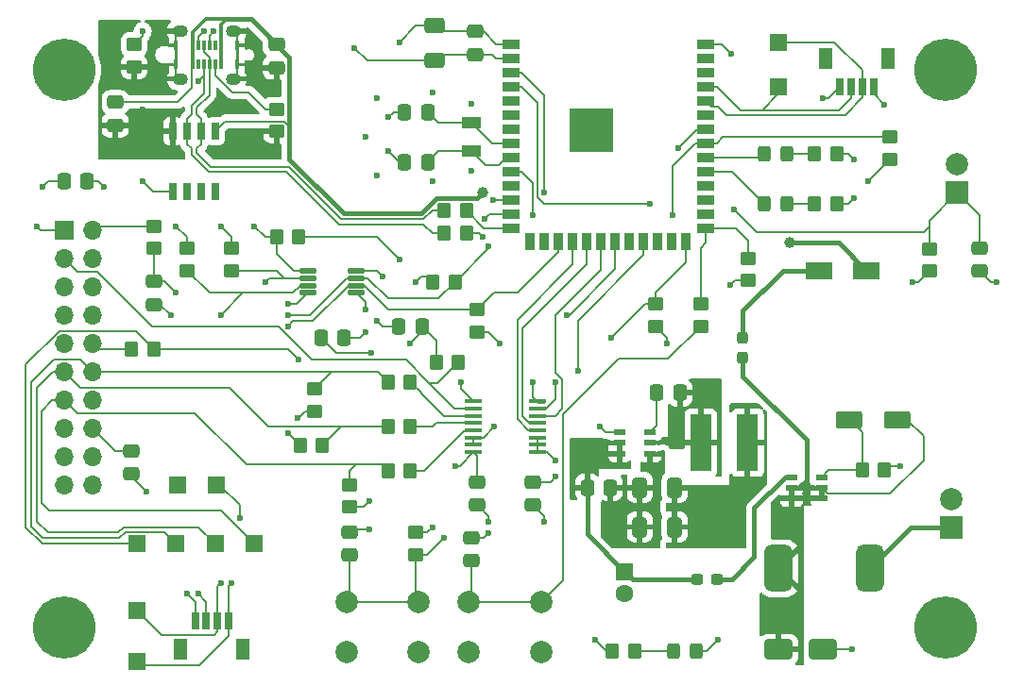
<source format=gtl>
%TF.GenerationSoftware,KiCad,Pcbnew,8.0.3*%
%TF.CreationDate,2026-02-06T01:26:45-05:00*%
%TF.ProjectId,FrostByte_IRCamera_PCB,46726f73-7442-4797-9465-5f495243616d,rev?*%
%TF.SameCoordinates,Original*%
%TF.FileFunction,Copper,L1,Top*%
%TF.FilePolarity,Positive*%
%FSLAX46Y46*%
G04 Gerber Fmt 4.6, Leading zero omitted, Abs format (unit mm)*
G04 Created by KiCad (PCBNEW 8.0.3) date 2026-02-06 01:26:45*
%MOMM*%
%LPD*%
G01*
G04 APERTURE LIST*
G04 Aperture macros list*
%AMRoundRect*
0 Rectangle with rounded corners*
0 $1 Rounding radius*
0 $2 $3 $4 $5 $6 $7 $8 $9 X,Y pos of 4 corners*
0 Add a 4 corners polygon primitive as box body*
4,1,4,$2,$3,$4,$5,$6,$7,$8,$9,$2,$3,0*
0 Add four circle primitives for the rounded corners*
1,1,$1+$1,$2,$3*
1,1,$1+$1,$4,$5*
1,1,$1+$1,$6,$7*
1,1,$1+$1,$8,$9*
0 Add four rect primitives between the rounded corners*
20,1,$1+$1,$2,$3,$4,$5,0*
20,1,$1+$1,$4,$5,$6,$7,0*
20,1,$1+$1,$6,$7,$8,$9,0*
20,1,$1+$1,$8,$9,$2,$3,0*%
G04 Aperture macros list end*
%TA.AperFunction,SMDPad,CuDef*%
%ADD10RoundRect,0.250000X0.350000X0.450000X-0.350000X0.450000X-0.350000X-0.450000X0.350000X-0.450000X0*%
%TD*%
%TA.AperFunction,SMDPad,CuDef*%
%ADD11RoundRect,0.250000X0.450000X-0.350000X0.450000X0.350000X-0.450000X0.350000X-0.450000X-0.350000X0*%
%TD*%
%TA.AperFunction,SMDPad,CuDef*%
%ADD12RoundRect,0.625750X0.625750X1.464750X-0.625750X1.464750X-0.625750X-1.464750X0.625750X-1.464750X0*%
%TD*%
%TA.AperFunction,SMDPad,CuDef*%
%ADD13RoundRect,0.642875X0.642875X1.452375X-0.642875X1.452375X-0.642875X-1.452375X0.642875X-1.452375X0*%
%TD*%
%TA.AperFunction,HeatsinkPad*%
%ADD14C,0.600000*%
%TD*%
%TA.AperFunction,SMDPad,CuDef*%
%ADD15R,3.900000X3.900000*%
%TD*%
%TA.AperFunction,SMDPad,CuDef*%
%ADD16R,1.500000X0.900000*%
%TD*%
%TA.AperFunction,SMDPad,CuDef*%
%ADD17R,0.900000X1.500000*%
%TD*%
%TA.AperFunction,SMDPad,CuDef*%
%ADD18RoundRect,0.250000X0.475000X-0.337500X0.475000X0.337500X-0.475000X0.337500X-0.475000X-0.337500X0*%
%TD*%
%TA.AperFunction,SMDPad,CuDef*%
%ADD19RoundRect,0.250000X-0.350000X-0.450000X0.350000X-0.450000X0.350000X0.450000X-0.350000X0.450000X0*%
%TD*%
%TA.AperFunction,SMDPad,CuDef*%
%ADD20R,1.800000X1.000000*%
%TD*%
%TA.AperFunction,SMDPad,CuDef*%
%ADD21RoundRect,0.237500X0.237500X-0.287500X0.237500X0.287500X-0.237500X0.287500X-0.237500X-0.287500X0*%
%TD*%
%TA.AperFunction,SMDPad,CuDef*%
%ADD22RoundRect,0.250000X0.650000X-0.412500X0.650000X0.412500X-0.650000X0.412500X-0.650000X-0.412500X0*%
%TD*%
%TA.AperFunction,SMDPad,CuDef*%
%ADD23RoundRect,0.250000X-0.450000X0.350000X-0.450000X-0.350000X0.450000X-0.350000X0.450000X0.350000X0*%
%TD*%
%TA.AperFunction,ComponentPad*%
%ADD24R,2.000000X2.000000*%
%TD*%
%TA.AperFunction,ComponentPad*%
%ADD25C,2.000000*%
%TD*%
%TA.AperFunction,SMDPad,CuDef*%
%ADD26RoundRect,0.250000X-0.337500X-0.475000X0.337500X-0.475000X0.337500X0.475000X-0.337500X0.475000X0*%
%TD*%
%TA.AperFunction,SMDPad,CuDef*%
%ADD27R,0.650000X1.525000*%
%TD*%
%TA.AperFunction,SMDPad,CuDef*%
%ADD28R,1.295400X1.905000*%
%TD*%
%TA.AperFunction,SMDPad,CuDef*%
%ADD29R,0.660400X1.549400*%
%TD*%
%TA.AperFunction,ComponentPad*%
%ADD30C,5.600000*%
%TD*%
%TA.AperFunction,SMDPad,CuDef*%
%ADD31RoundRect,0.250000X-1.000000X-0.650000X1.000000X-0.650000X1.000000X0.650000X-1.000000X0.650000X0*%
%TD*%
%TA.AperFunction,SMDPad,CuDef*%
%ADD32RoundRect,0.250000X0.337500X0.475000X-0.337500X0.475000X-0.337500X-0.475000X0.337500X-0.475000X0*%
%TD*%
%TA.AperFunction,SMDPad,CuDef*%
%ADD33RoundRect,0.250000X0.325000X0.450000X-0.325000X0.450000X-0.325000X-0.450000X0.325000X-0.450000X0*%
%TD*%
%TA.AperFunction,SMDPad,CuDef*%
%ADD34R,0.300000X0.870000*%
%TD*%
%TA.AperFunction,ComponentPad*%
%ADD35O,1.350000X1.100000*%
%TD*%
%TA.AperFunction,SMDPad,CuDef*%
%ADD36RoundRect,0.250000X-0.475000X0.337500X-0.475000X-0.337500X0.475000X-0.337500X0.475000X0.337500X0*%
%TD*%
%TA.AperFunction,SMDPad,CuDef*%
%ADD37R,2.330000X1.550000*%
%TD*%
%TA.AperFunction,SMDPad,CuDef*%
%ADD38RoundRect,0.250000X0.412500X0.650000X-0.412500X0.650000X-0.412500X-0.650000X0.412500X-0.650000X0*%
%TD*%
%TA.AperFunction,ComponentPad*%
%ADD39R,1.600000X1.600000*%
%TD*%
%TA.AperFunction,ComponentPad*%
%ADD40C,1.600000*%
%TD*%
%TA.AperFunction,SMDPad,CuDef*%
%ADD41RoundRect,0.250000X-0.325000X-0.450000X0.325000X-0.450000X0.325000X0.450000X-0.325000X0.450000X0*%
%TD*%
%TA.AperFunction,SMDPad,CuDef*%
%ADD42RoundRect,0.237500X0.300000X0.237500X-0.300000X0.237500X-0.300000X-0.237500X0.300000X-0.237500X0*%
%TD*%
%TA.AperFunction,SMDPad,CuDef*%
%ADD43RoundRect,0.060000X-0.675000X-0.180000X0.675000X-0.180000X0.675000X0.180000X-0.675000X0.180000X0*%
%TD*%
%TA.AperFunction,SMDPad,CuDef*%
%ADD44RoundRect,0.051250X0.733750X0.153750X-0.733750X0.153750X-0.733750X-0.153750X0.733750X-0.153750X0*%
%TD*%
%TA.AperFunction,SMDPad,CuDef*%
%ADD45RoundRect,0.193750X0.971250X0.581250X-0.971250X0.581250X-0.971250X-0.581250X0.971250X-0.581250X0*%
%TD*%
%TA.AperFunction,SMDPad,CuDef*%
%ADD46R,1.003300X0.558800*%
%TD*%
%TA.AperFunction,SMDPad,CuDef*%
%ADD47R,0.990600X0.508000*%
%TD*%
%TA.AperFunction,SMDPad,CuDef*%
%ADD48R,1.900000X5.100000*%
%TD*%
%TA.AperFunction,ComponentPad*%
%ADD49R,1.700000X1.700000*%
%TD*%
%TA.AperFunction,ComponentPad*%
%ADD50O,1.700000X1.700000*%
%TD*%
%TA.AperFunction,ComponentPad*%
%ADD51R,1.500000X1.500000*%
%TD*%
%TA.AperFunction,ViaPad*%
%ADD52C,0.600000*%
%TD*%
%TA.AperFunction,ViaPad*%
%ADD53C,1.000000*%
%TD*%
%TA.AperFunction,Conductor*%
%ADD54C,0.200000*%
%TD*%
%TA.AperFunction,Conductor*%
%ADD55C,0.400000*%
%TD*%
%TA.AperFunction,Conductor*%
%ADD56C,0.300000*%
%TD*%
G04 APERTURE END LIST*
D10*
%TO.P,R28,1*%
%TO.N,/MCU/RESET_L*%
X139900000Y-104400000D03*
%TO.P,R28,2*%
%TO.N,+2V8*%
X137900000Y-104400000D03*
%TD*%
%TO.P,R27,1*%
%TO.N,/MCU/SPI_MOSI*%
X127700000Y-111900000D03*
%TO.P,R27,2*%
%TO.N,GND*%
X125700000Y-111900000D03*
%TD*%
D11*
%TO.P,R26,1*%
%TO.N,+2V8*%
X130100000Y-117400000D03*
%TO.P,R26,2*%
%TO.N,/MCU/SPI_CLK*%
X130100000Y-115400000D03*
%TD*%
%TO.P,R25,1*%
%TO.N,+2V8*%
X127000000Y-108800000D03*
%TO.P,R25,2*%
%TO.N,/MCU/SPI_CS*%
X127000000Y-106800000D03*
%TD*%
D12*
%TO.P,F1,1*%
%TO.N,Net-(J1-Pin_1)*%
X176765750Y-122909500D03*
D13*
%TO.P,F1,2*%
%TO.N,/Power_Circuitry/source*%
X168600000Y-122904750D03*
%TD*%
D14*
%TO.P,U2,41,GND*%
%TO.N,GND*%
X153237500Y-84270000D03*
X153237500Y-82870000D03*
X152537500Y-84970000D03*
X152537500Y-83570000D03*
X152537500Y-82170000D03*
X151837500Y-84270000D03*
D15*
X151837500Y-83570000D03*
D14*
X151837500Y-82870000D03*
X151137500Y-84970000D03*
X151137500Y-83570000D03*
X151137500Y-82170000D03*
X150437500Y-84270000D03*
X150437500Y-82870000D03*
D16*
%TO.P,U2,40,GND*%
X162087500Y-75850000D03*
%TO.P,U2,39,IO1*%
%TO.N,unconnected-(U2-IO1-Pad39)*%
X162087500Y-77120000D03*
%TO.P,U2,38,IO2*%
%TO.N,unconnected-(U2-IO2-Pad38)*%
X162087500Y-78390000D03*
%TO.P,U2,37,TXD0*%
%TO.N,/MCU/TX*%
X162087500Y-79660000D03*
%TO.P,U2,36,RXD0*%
%TO.N,/MCU/RX*%
X162087500Y-80930000D03*
%TO.P,U2,35,IO42*%
%TO.N,unconnected-(U2-IO42-Pad35)*%
X162087500Y-82200000D03*
%TO.P,U2,34,IO41*%
%TO.N,/MCU/EN_I2C*%
X162087500Y-83470000D03*
%TO.P,U2,33,IO40*%
%TO.N,/MCU/EN_SPI*%
X162087500Y-84740000D03*
%TO.P,U2,32,IO39*%
%TO.N,/MCU/LED_2*%
X162087500Y-86010000D03*
%TO.P,U2,31,IO38*%
%TO.N,/MCU/LED_1*%
X162087500Y-87280000D03*
%TO.P,U2,30,IO37*%
%TO.N,unconnected-(U2-IO37-Pad30)*%
X162087500Y-88550000D03*
%TO.P,U2,29,IO36*%
%TO.N,unconnected-(U2-IO36-Pad29)*%
X162087500Y-89820000D03*
%TO.P,U2,28,IO35*%
%TO.N,unconnected-(U2-IO35-Pad28)*%
X162087500Y-91090000D03*
%TO.P,U2,27,IO0*%
%TO.N,Net-(U2-IO0)*%
X162087500Y-92360000D03*
D17*
%TO.P,U2,26,IO45*%
%TO.N,/MCU/RESET_L_3v3*%
X160322500Y-93610000D03*
%TO.P,U2,25,IO48*%
%TO.N,unconnected-(U2-IO48-Pad25)*%
X159052500Y-93610000D03*
%TO.P,U2,24,IO47*%
%TO.N,unconnected-(U2-IO47-Pad24)*%
X157782500Y-93610000D03*
%TO.P,U2,23,IO21*%
%TO.N,/MCU/VSYNC*%
X156512500Y-93610000D03*
%TO.P,U2,22,IO14*%
%TO.N,unconnected-(U2-IO14-Pad22)*%
X155242500Y-93610000D03*
%TO.P,U2,21,IO13*%
%TO.N,/MCU/SPI_MISO*%
X153972500Y-93610000D03*
%TO.P,U2,20,IO12*%
%TO.N,/MCU/SPI_CLK_3v3*%
X152702500Y-93610000D03*
%TO.P,U2,19,IO11*%
%TO.N,/MCU/SPI_MOSI_3v3*%
X151432500Y-93610000D03*
%TO.P,U2,18,IO10*%
%TO.N,/MCU/SPI_CS_3v3*%
X150162500Y-93610000D03*
%TO.P,U2,17,IO9*%
%TO.N,/MCU/SCL_A*%
X148892500Y-93610000D03*
%TO.P,U2,16,IO46*%
%TO.N,unconnected-(U2-IO46-Pad16)*%
X147622500Y-93610000D03*
%TO.P,U2,15,IO3*%
%TO.N,unconnected-(U2-IO3-Pad15)*%
X146352500Y-93610000D03*
D16*
%TO.P,U2,14,IO20*%
%TO.N,/Peripherals/USB_D+*%
X144587500Y-92360000D03*
%TO.P,U2,13,IO19*%
%TO.N,/Peripherals/USB_D-*%
X144587500Y-91090000D03*
%TO.P,U2,12,IO8*%
%TO.N,/MCU/SDA_A*%
X144587500Y-89820000D03*
%TO.P,U2,11,IO18*%
%TO.N,unconnected-(U2-IO18-Pad11)*%
X144587500Y-88550000D03*
%TO.P,U2,10,IO17*%
%TO.N,Net-(U2-IO17)*%
X144587500Y-87280000D03*
%TO.P,U2,9,IO16*%
%TO.N,Net-(U2-IO16)*%
X144587500Y-86010000D03*
%TO.P,U2,8,IO15*%
%TO.N,Net-(U2-IO15)*%
X144587500Y-84740000D03*
%TO.P,U2,7,IO7*%
%TO.N,unconnected-(U2-IO7-Pad7)*%
X144587500Y-83470000D03*
%TO.P,U2,6,IO6*%
%TO.N,unconnected-(U2-IO6-Pad6)*%
X144587500Y-82200000D03*
%TO.P,U2,5,IO5*%
%TO.N,unconnected-(U2-IO5-Pad5)*%
X144587500Y-80930000D03*
%TO.P,U2,4,IO4*%
%TO.N,/MCU/CAM_TEMP*%
X144587500Y-79660000D03*
%TO.P,U2,3,EN*%
%TO.N,Net-(U2-EN)*%
X144587500Y-78390000D03*
%TO.P,U2,2,3V3*%
%TO.N,+3.3V*%
X144587500Y-77120000D03*
%TO.P,U2,1,GND*%
%TO.N,GND*%
X144587500Y-75850000D03*
%TD*%
D10*
%TO.P,R7,1*%
%TO.N,/Peripherals/USB_D+*%
X140600000Y-90800000D03*
%TO.P,R7,2*%
X138600000Y-90800000D03*
%TD*%
D18*
%TO.P,C21,1*%
%TO.N,GND*%
X123600000Y-77972500D03*
%TO.P,C21,2*%
%TO.N,+5V*%
X123600000Y-75897500D03*
%TD*%
D11*
%TO.P,R22,1*%
%TO.N,+3.3V*%
X178600000Y-86200000D03*
%TO.P,R22,2*%
%TO.N,/MCU/EN_SPI*%
X178600000Y-84200000D03*
%TD*%
D19*
%TO.P,R24,1*%
%TO.N,Net-(J4-Pin_10)*%
X110600000Y-103200000D03*
%TO.P,R24,2*%
%TO.N,/MCU/SPI_MISO*%
X112600000Y-103200000D03*
%TD*%
D20*
%TO.P,Y1,1,1*%
%TO.N,Net-(U2-IO16)*%
X141100000Y-85450000D03*
%TO.P,Y1,2,2*%
%TO.N,Net-(U2-IO15)*%
X141100000Y-82950000D03*
%TD*%
D11*
%TO.P,R2,1*%
%TO.N,+3.3V*%
X182100000Y-96237500D03*
%TO.P,R2,2*%
%TO.N,/MCU/CAM_TEMP*%
X182100000Y-94237500D03*
%TD*%
D21*
%TO.P,F2,1*%
%TO.N,/Power_Circuitry/source*%
X165400000Y-103975000D03*
%TO.P,F2,2*%
%TO.N,Net-(D6-PadC)*%
X165400000Y-102225000D03*
%TD*%
D22*
%TO.P,C13,1*%
%TO.N,+3.3V*%
X137800000Y-77325000D03*
%TO.P,C13,2*%
%TO.N,GND*%
X137800000Y-74200000D03*
%TD*%
D23*
%TO.P,R3,1*%
%TO.N,Net-(J4-Pin_2)*%
X112600000Y-92200000D03*
%TO.P,R3,2*%
%TO.N,+2V8*%
X112600000Y-94200000D03*
%TD*%
D24*
%TO.P,J2,1,Pin_1*%
%TO.N,/MCU/CAM_TEMP*%
X184600000Y-89200000D03*
D25*
%TO.P,J2,2,Pin_2*%
%TO.N,GND*%
X184600000Y-86660000D03*
%TD*%
D18*
%TO.P,C14,1*%
%TO.N,+3.3V*%
X141400000Y-76800000D03*
%TO.P,C14,2*%
%TO.N,GND*%
X141400000Y-74725000D03*
%TD*%
D26*
%TO.P,C2,1*%
%TO.N,Net-(U1-EN)*%
X151462500Y-115650001D03*
%TO.P,C2,2*%
%TO.N,GND*%
X153537500Y-115650001D03*
%TD*%
D27*
%TO.P,U5,1,VCC_1*%
%TO.N,+5V*%
X118105000Y-83688000D03*
%TO.P,U5,2,I/O1_1*%
%TO.N,/Peripherals/USB_D+*%
X116835000Y-83688000D03*
%TO.P,U5,3,I/O2_1*%
%TO.N,/Peripherals/USB_D-*%
X115565000Y-83688000D03*
%TO.P,U5,4,GND_1*%
%TO.N,GND*%
X114295000Y-83688000D03*
%TO.P,U5,5,GND_2*%
X114295000Y-89112000D03*
%TO.P,U5,6,I/O2_2*%
%TO.N,unconnected-(U5-I{slash}O2_2-Pad6)*%
X115565000Y-89112000D03*
%TO.P,U5,7,I/O1_2*%
%TO.N,unconnected-(U5-I{slash}O1_2-Pad7)*%
X116835000Y-89112000D03*
%TO.P,U5,8,VCC_2*%
%TO.N,unconnected-(U5-VCC_2-Pad8)*%
X118105000Y-89112000D03*
%TD*%
D10*
%TO.P,R23,1*%
%TO.N,Net-(U2-IO17)*%
X125600000Y-93200000D03*
%TO.P,R23,2*%
%TO.N,+2V8*%
X123600000Y-93200000D03*
%TD*%
D19*
%TO.P,R12,1*%
%TO.N,/MCU/SPI_CLK*%
X133600000Y-114200000D03*
%TO.P,R12,2*%
%TO.N,Net-(U3-1B1)*%
X135600000Y-114200000D03*
%TD*%
%TO.P,R6,1*%
%TO.N,+3.3V*%
X137600000Y-97200000D03*
%TO.P,R6,2*%
%TO.N,/MCU/SDA_A*%
X139600000Y-97200000D03*
%TD*%
D28*
%TO.P,J5,6*%
%TO.N,N/C*%
X178400000Y-77120000D03*
%TO.P,J5,5*%
X172800000Y-77120000D03*
D29*
%TO.P,J5,4,Pin_4*%
%TO.N,GND*%
X177100000Y-79700000D03*
%TO.P,J5,3,Pin_3*%
%TO.N,/MCU/RX*%
X176100000Y-79700000D03*
%TO.P,J5,2,Pin_2*%
%TO.N,/MCU/TX*%
X175100000Y-79700000D03*
%TO.P,J5,1,Pin_1*%
%TO.N,+5V*%
X174100000Y-79700000D03*
%TD*%
D30*
%TO.P,H4,1,1*%
%TO.N,GND*%
X183600000Y-128200000D03*
%TD*%
D31*
%TO.P,D1,1,A1*%
%TO.N,/Power_Circuitry/source*%
X168600000Y-130200000D03*
%TO.P,D1,2,A2*%
%TO.N,GND*%
X172600000Y-130200000D03*
%TD*%
D23*
%TO.P,R21,1*%
%TO.N,+2V8*%
X119600000Y-94200000D03*
%TO.P,R21,2*%
%TO.N,/MCU/SDA_B*%
X119600000Y-96200000D03*
%TD*%
D32*
%TO.P,C7,1*%
%TO.N,+3.3V*%
X106637500Y-88200000D03*
%TO.P,C7,2*%
%TO.N,GND*%
X104562500Y-88200000D03*
%TD*%
D33*
%TO.P,D2,1,K*%
%TO.N,GND*%
X161200000Y-130300000D03*
%TO.P,D2,2,A*%
%TO.N,Net-(D2-A)*%
X159150000Y-130300000D03*
%TD*%
D10*
%TO.P,R11,1*%
%TO.N,+3.3V*%
X173837500Y-85700000D03*
%TO.P,R11,2*%
%TO.N,Net-(D4-A)*%
X171837500Y-85700000D03*
%TD*%
D34*
%TO.P,J6,A1,GND_A*%
%TO.N,GND*%
X120100000Y-77700000D03*
%TO.P,J6,A4,VBUS_A*%
%TO.N,+5V*%
X118600000Y-77700000D03*
%TO.P,J6,A5,CC1*%
%TO.N,Net-(J6-CC1)*%
X118100000Y-77700000D03*
%TO.P,J6,A6,D1+*%
%TO.N,/Peripherals/USB_D+*%
X117600000Y-77700000D03*
%TO.P,J6,A7,D1-*%
%TO.N,/Peripherals/USB_D-*%
X117100000Y-77700000D03*
%TO.P,J6,A8,SBU1*%
%TO.N,unconnected-(J6-SBU1-PadA8)*%
X116600000Y-77700000D03*
%TO.P,J6,A9,VBUS_A__1*%
%TO.N,+5V*%
X116100000Y-77700000D03*
%TO.P,J6,A12,GND_A__1*%
%TO.N,GND*%
X114600000Y-77700000D03*
%TO.P,J6,B1,GND_B*%
X114600000Y-75970000D03*
%TO.P,J6,B4,VBUS_B*%
%TO.N,+5V*%
X116100000Y-75970000D03*
%TO.P,J6,B5,CC2*%
%TO.N,Net-(J6-CC2)*%
X116600000Y-75970000D03*
%TO.P,J6,B6,D2+*%
%TO.N,/Peripherals/USB_D+*%
X117100000Y-75970000D03*
%TO.P,J6,B7,D2-*%
%TO.N,/Peripherals/USB_D-*%
X117600000Y-75970000D03*
%TO.P,J6,B8,SBU2*%
%TO.N,unconnected-(J6-SBU2-PadB8)*%
X118100000Y-75970000D03*
%TO.P,J6,B9,VBUS_B__1*%
%TO.N,+5V*%
X118600000Y-75970000D03*
%TO.P,J6,B12,GND_B__1*%
%TO.N,GND*%
X120100000Y-75970000D03*
D35*
%TO.P,J6,S1,SHIELD*%
X119750000Y-78985000D03*
%TO.P,J6,S2,SHIELD__1*%
X119750000Y-74685000D03*
%TO.P,J6,S3,SHIELD__2*%
X114950000Y-78985000D03*
%TO.P,J6,S4,SHIELD__3*%
X114950000Y-74685000D03*
%TD*%
D36*
%TO.P,C15,1*%
%TO.N,+3.3V*%
X146600000Y-115162500D03*
%TO.P,C15,2*%
%TO.N,GND*%
X146600000Y-117237500D03*
%TD*%
D19*
%TO.P,R13,1*%
%TO.N,/MCU/SPI_MOSI*%
X133600000Y-110200000D03*
%TO.P,R13,2*%
%TO.N,Net-(U3-1B2)*%
X135600000Y-110200000D03*
%TD*%
%TO.P,R8,1*%
%TO.N,+3.3V*%
X153675000Y-130300000D03*
%TO.P,R8,2*%
%TO.N,Net-(D2-A)*%
X155675000Y-130300000D03*
%TD*%
D37*
%TO.P,D6,A*%
%TO.N,+5V*%
X176472500Y-96200000D03*
%TO.P,D6,C*%
%TO.N,Net-(D6-PadC)*%
X172202500Y-96200000D03*
%TD*%
D23*
%TO.P,R17,1*%
%TO.N,Net-(U2-IO0)*%
X165900000Y-95100000D03*
%TO.P,R17,2*%
%TO.N,+3.3V*%
X165900000Y-97100000D03*
%TD*%
D30*
%TO.P,H2,1,1*%
%TO.N,GND*%
X183600000Y-78200000D03*
%TD*%
D26*
%TO.P,C12,1*%
%TO.N,GND*%
X135062500Y-86450000D03*
%TO.P,C12,2*%
%TO.N,Net-(U2-IO16)*%
X137137500Y-86450000D03*
%TD*%
D38*
%TO.P,C4,1*%
%TO.N,+3.3V*%
X159284550Y-115650001D03*
%TO.P,C4,2*%
%TO.N,GND*%
X156159550Y-115650001D03*
%TD*%
D39*
%TO.P,C1,1*%
%TO.N,Net-(U1-EN)*%
X154800000Y-123200000D03*
D40*
%TO.P,C1,2*%
%TO.N,GND*%
X154800000Y-125200000D03*
%TD*%
D24*
%TO.P,J1,1,Pin_1*%
%TO.N,Net-(J1-Pin_1)*%
X184100000Y-119240000D03*
D25*
%TO.P,J1,2,Pin_2*%
%TO.N,GND*%
X184100000Y-116700000D03*
%TD*%
D36*
%TO.P,C16,1*%
%TO.N,+2V8*%
X141600000Y-115162500D03*
%TO.P,C16,2*%
%TO.N,GND*%
X141600000Y-117237500D03*
%TD*%
D11*
%TO.P,R4,1*%
%TO.N,+3.3V*%
X141600000Y-101700000D03*
%TO.P,R4,2*%
%TO.N,/MCU/SCL_A*%
X141600000Y-99700000D03*
%TD*%
D23*
%TO.P,R19,1*%
%TO.N,Net-(J6-CC1)*%
X123600000Y-81700000D03*
%TO.P,R19,2*%
%TO.N,GND*%
X123600000Y-83700000D03*
%TD*%
D10*
%TO.P,R10,1*%
%TO.N,+3.3V*%
X173837500Y-90200000D03*
%TO.P,R10,2*%
%TO.N,Net-(D3-A)*%
X171837500Y-90200000D03*
%TD*%
D11*
%TO.P,R5,1*%
%TO.N,Net-(U2-EN)*%
X136100000Y-121700000D03*
%TO.P,R5,2*%
%TO.N,+3.3V*%
X136100000Y-119700000D03*
%TD*%
D28*
%TO.P,J3,6*%
%TO.N,N/C*%
X115000000Y-130200000D03*
%TO.P,J3,5*%
X120600000Y-130200000D03*
D29*
%TO.P,J3,4,Pin_4*%
%TO.N,GND*%
X116300000Y-127620000D03*
%TO.P,J3,3,Pin_3*%
%TO.N,+3.3V*%
X117300000Y-127620000D03*
%TO.P,J3,2,Pin_2*%
%TO.N,/MCU/SDA_A*%
X118300000Y-127620000D03*
%TO.P,J3,1,Pin_1*%
%TO.N,/MCU/SCL_A*%
X119300000Y-127620000D03*
%TD*%
D30*
%TO.P,H1,1,1*%
%TO.N,GND*%
X104600000Y-78200000D03*
%TD*%
D41*
%TO.P,D3,1,K*%
%TO.N,/MCU/LED_1*%
X167312500Y-90200000D03*
%TO.P,D3,2,A*%
%TO.N,Net-(D3-A)*%
X169362500Y-90200000D03*
%TD*%
D19*
%TO.P,R15,1*%
%TO.N,/Peripherals/USB_D-*%
X138600000Y-92800000D03*
%TO.P,R15,2*%
X140600000Y-92800000D03*
%TD*%
D42*
%TO.P,FB1,1*%
%TO.N,Net-(FB1-Pad1)*%
X163062500Y-123900000D03*
%TO.P,FB1,2*%
%TO.N,Net-(U1-EN)*%
X161337500Y-123900000D03*
%TD*%
D43*
%TO.P,U4,1,VCCA*%
%TO.N,+2V8*%
X126450000Y-96225000D03*
%TO.P,U4,2,SCLA*%
%TO.N,/MCU/SCL_B*%
X126450000Y-96875000D03*
%TO.P,U4,3,SDAA*%
%TO.N,/MCU/SDA_B*%
X126450000Y-97525000D03*
%TO.P,U4,4,GND*%
%TO.N,GND*%
X126450000Y-98175000D03*
%TO.P,U4,5,EN*%
%TO.N,/MCU/EN_I2C*%
X130750000Y-98175000D03*
%TO.P,U4,6,SDAB*%
%TO.N,/MCU/SDA_A*%
X130750000Y-97525000D03*
%TO.P,U4,7,SCLB*%
%TO.N,/MCU/SCL_A*%
X130750000Y-96875000D03*
%TO.P,U4,8,VCCB*%
%TO.N,+3.3V*%
X130750000Y-96225000D03*
%TD*%
D26*
%TO.P,C11,1*%
%TO.N,GND*%
X135062500Y-81950000D03*
%TO.P,C11,2*%
%TO.N,Net-(U2-IO15)*%
X137137500Y-81950000D03*
%TD*%
%TO.P,C18,1*%
%TO.N,GND*%
X134562500Y-101200000D03*
%TO.P,C18,2*%
%TO.N,+2V8*%
X136637500Y-101200000D03*
%TD*%
D25*
%TO.P,SW2,1,1*%
%TO.N,GND*%
X136350000Y-130450000D03*
X129850000Y-130450000D03*
%TO.P,SW2,2,2*%
%TO.N,Net-(U2-EN)*%
X136350000Y-125950000D03*
X129850000Y-125950000D03*
%TD*%
D38*
%TO.P,C5,1*%
%TO.N,+3.3V*%
X159284550Y-119200000D03*
%TO.P,C5,2*%
%TO.N,GND*%
X156159550Y-119200000D03*
%TD*%
D36*
%TO.P,C9,1*%
%TO.N,GND*%
X141100000Y-120162500D03*
%TO.P,C9,2*%
%TO.N,Net-(C9-Pad2)*%
X141100000Y-122237500D03*
%TD*%
D18*
%TO.P,C20,1*%
%TO.N,GND*%
X109142500Y-83160500D03*
%TO.P,C20,2*%
%TO.N,+5V*%
X109142500Y-81085500D03*
%TD*%
D23*
%TO.P,R20,1*%
%TO.N,+2V8*%
X115600000Y-94200000D03*
%TO.P,R20,2*%
%TO.N,/MCU/SCL_B*%
X115600000Y-96200000D03*
%TD*%
D44*
%TO.P,U3,1,VCCA*%
%TO.N,+3.3V*%
X146970000Y-112475000D03*
%TO.P,U3,2,1DIR*%
X146970000Y-111825000D03*
%TO.P,U3,3,2DIR*%
X146970000Y-111175000D03*
%TO.P,U3,4,1A1*%
%TO.N,/MCU/SPI_CS_3v3*%
X146970000Y-110525000D03*
%TO.P,U3,5,1A2*%
%TO.N,/MCU/SPI_MOSI_3v3*%
X146970000Y-109875000D03*
%TO.P,U3,6,2A1*%
%TO.N,/MCU/SPI_CLK_3v3*%
X146970000Y-109225000D03*
%TO.P,U3,7,2A2*%
%TO.N,/MCU/RESET_L_3v3*%
X146970000Y-108575000D03*
%TO.P,U3,8,GND-1*%
%TO.N,GND*%
X146970000Y-107925000D03*
%TO.P,U3,9,GND*%
X141230000Y-107925000D03*
%TO.P,U3,10,2B2*%
%TO.N,/MCU/RESET_L*%
X141230000Y-108575000D03*
%TO.P,U3,11,2B1*%
%TO.N,Net-(U3-2B1)*%
X141230000Y-109225000D03*
%TO.P,U3,12,1B2*%
%TO.N,Net-(U3-1B2)*%
X141230000Y-109875000D03*
%TO.P,U3,13,1B1*%
%TO.N,Net-(U3-1B1)*%
X141230000Y-110525000D03*
%TO.P,U3,14,2~OE*%
%TO.N,/MCU/EN_SPI*%
X141230000Y-111175000D03*
%TO.P,U3,15,1~OE*%
X141230000Y-111825000D03*
%TO.P,U3,16,VCCB*%
%TO.N,+2V8*%
X141230000Y-112475000D03*
%TD*%
D45*
%TO.P,D5,1,K*%
%TO.N,/Power_Circuitry/source*%
X179235000Y-109565000D03*
%TO.P,D5,2,A*%
%TO.N,Net-(D5-A)*%
X174965000Y-109565000D03*
%TD*%
D41*
%TO.P,D4,1,K*%
%TO.N,/MCU/LED_2*%
X167312500Y-85700000D03*
%TO.P,D4,2,A*%
%TO.N,Net-(D4-A)*%
X169362500Y-85700000D03*
%TD*%
D11*
%TO.P,R16,1*%
%TO.N,GND*%
X110842500Y-77923000D03*
%TO.P,R16,2*%
%TO.N,Net-(J6-CC2)*%
X110842500Y-75923000D03*
%TD*%
D25*
%TO.P,SW1,1,1*%
%TO.N,GND*%
X147350000Y-130450000D03*
X140850000Y-130450000D03*
%TO.P,SW1,2,2*%
%TO.N,Net-(C9-Pad2)*%
X147350000Y-125950000D03*
X140850000Y-125950000D03*
%TD*%
D36*
%TO.P,C6,1*%
%TO.N,/MCU/CAM_TEMP*%
X186600000Y-94162500D03*
%TO.P,C6,2*%
%TO.N,GND*%
X186600000Y-96237500D03*
%TD*%
D26*
%TO.P,C17,1*%
%TO.N,+3.3V*%
X127562500Y-102200000D03*
%TO.P,C17,2*%
%TO.N,GND*%
X129637500Y-102200000D03*
%TD*%
D10*
%TO.P,R1,1*%
%TO.N,GND*%
X178100000Y-114100000D03*
%TO.P,R1,2*%
%TO.N,Net-(D5-A)*%
X176100000Y-114100000D03*
%TD*%
D36*
%TO.P,C8,1*%
%TO.N,+2V8*%
X112600000Y-97162500D03*
%TO.P,C8,2*%
%TO.N,GND*%
X112600000Y-99237500D03*
%TD*%
D23*
%TO.P,R18,1*%
%TO.N,Net-(U2-IO0)*%
X161600000Y-99200000D03*
%TO.P,R18,2*%
%TO.N,Net-(C9-Pad2)*%
X161600000Y-101200000D03*
%TD*%
D19*
%TO.P,R14,1*%
%TO.N,/MCU/SPI_CS*%
X133600000Y-106200000D03*
%TO.P,R14,2*%
%TO.N,Net-(U3-2B1)*%
X135600000Y-106200000D03*
%TD*%
D46*
%TO.P,U1,1,FB*%
%TO.N,+3.3V*%
X154344100Y-110700000D03*
%TO.P,U1,2,EN*%
%TO.N,Net-(U1-EN)*%
X154344100Y-111650001D03*
%TO.P,U1,3,VIN*%
X154344100Y-112600002D03*
%TO.P,U1,4,GND*%
%TO.N,GND*%
X157100000Y-112600002D03*
%TO.P,U1,5,SW*%
%TO.N,Net-(U1-SW)*%
X157100000Y-111650001D03*
%TO.P,U1,6,BST*%
%TO.N,Net-(U1-BST)*%
X157100000Y-110700000D03*
%TD*%
D30*
%TO.P,H3,1,1*%
%TO.N,GND*%
X104600000Y-128200000D03*
%TD*%
D26*
%TO.P,C3,1*%
%TO.N,Net-(U1-BST)*%
X157684550Y-107150001D03*
%TO.P,C3,2*%
%TO.N,Net-(U1-SW)*%
X159759550Y-107150001D03*
%TD*%
D47*
%TO.P,Q1,1,1*%
%TO.N,/Power_Circuitry/source*%
X172446200Y-116650001D03*
%TO.P,Q1,2,2*%
X172446200Y-115700000D03*
%TO.P,Q1,3,3*%
%TO.N,Net-(D5-A)*%
X172446200Y-114749999D03*
%TO.P,Q1,4,4*%
%TO.N,Net-(FB1-Pad1)*%
X169753800Y-114749999D03*
%TO.P,Q1,5,5*%
%TO.N,/Power_Circuitry/source*%
X169753800Y-115700000D03*
%TO.P,Q1,6,6*%
X169753800Y-116650001D03*
%TD*%
D36*
%TO.P,C10,1*%
%TO.N,GND*%
X130100000Y-119662500D03*
%TO.P,C10,2*%
%TO.N,Net-(U2-EN)*%
X130100000Y-121737500D03*
%TD*%
D48*
%TO.P,L1,1*%
%TO.N,Net-(U1-SW)*%
X161622050Y-111650001D03*
%TO.P,L1,2*%
%TO.N,+3.3V*%
X165822050Y-111650001D03*
%TD*%
D18*
%TO.P,C19,1*%
%TO.N,GND*%
X110600000Y-114437500D03*
%TO.P,C19,2*%
%TO.N,+2V8*%
X110600000Y-112362500D03*
%TD*%
D11*
%TO.P,R9,1*%
%TO.N,+3.3V*%
X157600000Y-101200000D03*
%TO.P,R9,2*%
%TO.N,/MCU/RESET_L_3v3*%
X157600000Y-99200000D03*
%TD*%
D49*
%TO.P,J4,1,Pin_1*%
%TO.N,GND*%
X104600000Y-92580000D03*
D50*
%TO.P,J4,2,Pin_2*%
%TO.N,Net-(J4-Pin_2)*%
X107140000Y-92580000D03*
%TO.P,J4,3,Pin_3*%
%TO.N,/MCU/RESET_L*%
X104600000Y-95120000D03*
%TO.P,J4,4,Pin_4*%
%TO.N,unconnected-(J4-Pin_4-Pad4)*%
X107140000Y-95120000D03*
%TO.P,J4,5,Pin_5*%
%TO.N,/MCU/VSYNC*%
X104600000Y-97660000D03*
%TO.P,J4,6,Pin_6*%
%TO.N,unconnected-(J4-Pin_6-Pad6)*%
X107140000Y-97660000D03*
%TO.P,J4,7,Pin_7*%
%TO.N,unconnected-(J4-Pin_7-Pad7)*%
X104600000Y-100200000D03*
%TO.P,J4,8,Pin_8*%
%TO.N,unconnected-(J4-Pin_8-Pad8)*%
X107140000Y-100200000D03*
%TO.P,J4,9,Pin_9*%
%TO.N,unconnected-(J4-Pin_9-Pad9)*%
X104600000Y-102740000D03*
%TO.P,J4,10,Pin_10*%
%TO.N,Net-(J4-Pin_10)*%
X107140000Y-102740000D03*
%TO.P,J4,11,Pin_11*%
%TO.N,/MCU/SPI_MOSI*%
X104600000Y-105280000D03*
%TO.P,J4,12,Pin_12*%
%TO.N,/MCU/SPI_CS*%
X107140000Y-105280000D03*
%TO.P,J4,13,Pin_13*%
%TO.N,/MCU/SPI_CLK*%
X104600000Y-107820000D03*
%TO.P,J4,14,Pin_14*%
%TO.N,/MCU/SCL_B*%
X107140000Y-107820000D03*
%TO.P,J4,15,Pin_15*%
%TO.N,/MCU/SDA_B*%
X104600000Y-110360000D03*
%TO.P,J4,16,Pin_16*%
%TO.N,+2V8*%
X107140000Y-110360000D03*
%TO.P,J4,17,Pin_17*%
%TO.N,unconnected-(J4-Pin_17-Pad17)*%
X104600000Y-112900000D03*
%TO.P,J4,18,Pin_18*%
%TO.N,unconnected-(J4-Pin_18-Pad18)*%
X107140000Y-112900000D03*
%TO.P,J4,19,Pin_19*%
%TO.N,GND*%
X104600000Y-115440000D03*
%TO.P,J4,20,Pin_20*%
%TO.N,+3.3V*%
X107140000Y-115440000D03*
%TD*%
D51*
%TO.P,RX,1,1*%
%TO.N,/MCU/RX*%
X168600000Y-75700000D03*
%TD*%
%TO.P,MISO,1,1*%
%TO.N,/MCU/SPI_MISO*%
X111100000Y-120700000D03*
%TD*%
%TO.P,SCL,1,1*%
%TO.N,/MCU/SCL_A*%
X111100000Y-131250000D03*
%TD*%
%TO.P,2v8,1,1*%
%TO.N,+2V8*%
X114700000Y-115400000D03*
%TD*%
%TO.P,CLK,1,1*%
%TO.N,/MCU/SPI_CLK*%
X121600000Y-120700000D03*
%TD*%
%TO.P,MOSI,1,1*%
%TO.N,/MCU/SPI_MOSI*%
X118100000Y-120700000D03*
%TD*%
%TO.P,3v3,1,1*%
%TO.N,+3.3V*%
X118200000Y-115400000D03*
%TD*%
%TO.P,CS,1,1*%
%TO.N,/MCU/SPI_CS*%
X114600000Y-120700000D03*
%TD*%
%TO.P,TX,1,1*%
%TO.N,/MCU/TX*%
X168600000Y-79700000D03*
%TD*%
%TO.P,SDA,1,1*%
%TO.N,/MCU/SDA_A*%
X111100000Y-126700000D03*
%TD*%
D52*
%TO.N,+2V8*%
X125500000Y-109400000D03*
%TO.N,GND*%
X124600000Y-110800000D03*
%TO.N,+2V8*%
X131900000Y-116900000D03*
X139600000Y-113700000D03*
X114600000Y-98200000D03*
X114600000Y-92200000D03*
X118600000Y-92200000D03*
X121600000Y-92200000D03*
X135600000Y-102700000D03*
%TO.N,/MCU/VSYNC*%
X150600000Y-105200000D03*
%TO.N,GND*%
X153600000Y-119200000D03*
X153600000Y-117700000D03*
X154600000Y-117700000D03*
X154600000Y-119200000D03*
%TO.N,+3.3V*%
X165100000Y-118700000D03*
X165100000Y-117200000D03*
X163100000Y-117200000D03*
X163100000Y-118700000D03*
X120300000Y-118400000D03*
%TO.N,GND*%
X131600000Y-84200000D03*
X141100000Y-81200000D03*
X137600000Y-80200000D03*
X132600000Y-80700000D03*
X132600000Y-87700000D03*
X137600000Y-88200000D03*
X141100000Y-87200000D03*
X111600000Y-88200000D03*
X123600000Y-79700000D03*
X109100000Y-79200000D03*
X111600000Y-81700000D03*
X123600000Y-85200000D03*
X109100000Y-85200000D03*
X120600000Y-81700000D03*
X120600000Y-83700000D03*
X111600000Y-83700000D03*
X124600000Y-99200000D03*
%TO.N,/MCU/EN_I2C*%
X131600000Y-99700000D03*
%TO.N,+5V*%
X172600000Y-80700000D03*
%TO.N,+3.3V*%
X133100000Y-96700000D03*
%TO.N,/MCU/EN_SPI*%
X143100000Y-110200000D03*
X159100000Y-91200000D03*
%TO.N,+3.3V*%
X152600000Y-110200000D03*
D53*
%TO.N,+5V*%
X169600000Y-93700000D03*
X142100000Y-89200000D03*
D52*
%TO.N,Net-(J6-CC2)*%
X111600000Y-74700000D03*
X117100000Y-74700000D03*
%TO.N,/MCU/CAM_TEMP*%
X164600000Y-90700000D03*
X157100000Y-90200000D03*
%TO.N,GND*%
X133600000Y-85450000D03*
X134600000Y-75700000D03*
X131600000Y-101700000D03*
X102100000Y-92200000D03*
X188100000Y-97237500D03*
X142600000Y-119737500D03*
X133600000Y-82450000D03*
X140100000Y-106200000D03*
X163175000Y-129300000D03*
X164337500Y-76700000D03*
X179500000Y-113700000D03*
X111900000Y-116000000D03*
X175200000Y-130200000D03*
X114100000Y-100200000D03*
X102600000Y-88700000D03*
X178100000Y-81317800D03*
X131900000Y-119400000D03*
X115600000Y-125200000D03*
X146600000Y-106200000D03*
X147600000Y-118700000D03*
X132600000Y-100700000D03*
X142600000Y-118700000D03*
%TO.N,Net-(U2-EN)*%
X138600000Y-120200000D03*
X147600000Y-89200000D03*
%TO.N,+3.3V*%
X136100000Y-97200000D03*
X158600000Y-102700000D03*
X175337500Y-89700000D03*
X148600000Y-114700000D03*
X137600000Y-119200000D03*
X152175000Y-129300000D03*
X130600000Y-76200000D03*
X176600000Y-88200000D03*
X108100000Y-88700000D03*
X116600000Y-125200000D03*
X164262500Y-97500000D03*
X148600000Y-113200000D03*
X143600000Y-102700000D03*
X180600000Y-97237500D03*
X132100000Y-103600000D03*
X175337500Y-86200000D03*
%TO.N,/MCU/SPI_MISO*%
X125600000Y-104200000D03*
X149600000Y-100200000D03*
%TO.N,/MCU/RESET_L_3v3*%
X148600000Y-106200000D03*
X153600000Y-102200000D03*
%TO.N,/MCU/SDA_A*%
X124600000Y-100200000D03*
X142600000Y-94000000D03*
X142980000Y-89820000D03*
X118600000Y-124200000D03*
%TO.N,/MCU/SCL_A*%
X124600000Y-101200000D03*
X119600000Y-124200000D03*
%TO.N,/MCU/SDA_B*%
X122600000Y-97200000D03*
%TO.N,/MCU/SCL_B*%
X118600000Y-100200000D03*
%TO.N,Net-(U2-IO17)*%
X146600000Y-91200000D03*
X134600000Y-95200000D03*
%TO.N,/MCU/EN_I2C*%
X159600000Y-85200000D03*
%TO.N,/Peripherals/USB_D-*%
X142100000Y-93200000D03*
X142224265Y-91575735D03*
X117950000Y-74739614D03*
X116600000Y-79200000D03*
%TD*%
D54*
%TO.N,+3.3V*%
X118450000Y-115400000D02*
X118200000Y-115400000D01*
X120300000Y-118400000D02*
X120300000Y-117250000D01*
X120300000Y-117250000D02*
X118450000Y-115400000D01*
%TO.N,/MCU/SDA_A*%
X113300000Y-128900000D02*
X111100000Y-126700000D01*
X118300000Y-128594700D02*
X117994700Y-128900000D01*
X118300000Y-127620000D02*
X118300000Y-128594700D01*
X117994700Y-128900000D02*
X113300000Y-128900000D01*
%TO.N,/MCU/SCL_A*%
X111450000Y-131600000D02*
X111100000Y-131250000D01*
X116700000Y-131600000D02*
X111450000Y-131600000D01*
X119300000Y-127620000D02*
X119300000Y-129000000D01*
X119300000Y-129000000D02*
X116700000Y-131600000D01*
%TO.N,GND*%
X125700000Y-111900000D02*
X124600000Y-110800000D01*
%TO.N,/MCU/SPI_CLK*%
X130100000Y-114200000D02*
X130100000Y-115400000D01*
X130100000Y-114200000D02*
X130700000Y-113600000D01*
X133000000Y-113600000D02*
X130300000Y-113600000D01*
X133600000Y-114200000D02*
X133000000Y-113600000D01*
X116270000Y-108970000D02*
X105750000Y-108970000D01*
X120900000Y-113600000D02*
X116270000Y-108970000D01*
X105750000Y-108970000D02*
X104600000Y-107820000D01*
X130300000Y-113600000D02*
X120900000Y-113600000D01*
%TO.N,/Power_Circuitry/source*%
X180100000Y-109565000D02*
X179235000Y-109565000D01*
X181600000Y-113200000D02*
X181600000Y-111065000D01*
X178600000Y-116200000D02*
X181600000Y-113200000D01*
X172446200Y-115700000D02*
X172946200Y-116200000D01*
X172946200Y-116200000D02*
X178600000Y-116200000D01*
X181600000Y-111065000D02*
X180100000Y-109565000D01*
D55*
X171100000Y-111400000D02*
X165400000Y-105700000D01*
X165400000Y-105700000D02*
X165400000Y-103975000D01*
X171100000Y-115000000D02*
X171100000Y-111400000D01*
X170400000Y-115700000D02*
X171100000Y-115000000D01*
X169753800Y-115700000D02*
X170400000Y-115700000D01*
D54*
%TO.N,Net-(C9-Pad2)*%
X158700000Y-104100000D02*
X161600000Y-101200000D01*
X154265686Y-104100000D02*
X158700000Y-104100000D01*
X149300000Y-124000000D02*
X149300000Y-109065686D01*
X149300000Y-109065686D02*
X154265686Y-104100000D01*
X147350000Y-125950000D02*
X149300000Y-124000000D01*
D55*
%TO.N,Net-(D6-PadC)*%
X165400000Y-99800000D02*
X165400000Y-102225000D01*
X169000000Y-96200000D02*
X165400000Y-99800000D01*
X172202500Y-96200000D02*
X169000000Y-96200000D01*
D54*
%TO.N,Net-(U2-IO0)*%
X164760000Y-92360000D02*
X162087500Y-92360000D01*
X165900000Y-93500000D02*
X164760000Y-92360000D01*
X165900000Y-95100000D02*
X165900000Y-93500000D01*
%TO.N,Net-(D5-A)*%
X176100000Y-110700000D02*
X176100000Y-114100000D01*
%TO.N,GND*%
X178500000Y-113700000D02*
X179500000Y-113700000D01*
X178100000Y-114100000D02*
X178500000Y-113700000D01*
%TO.N,Net-(D5-A)*%
X174965000Y-109565000D02*
X176100000Y-110700000D01*
X173096199Y-114100000D02*
X174496199Y-114100000D01*
X172446200Y-114749999D02*
X173096199Y-114100000D01*
%TO.N,/MCU/SPI_MOSI*%
X105990000Y-106670000D02*
X104600000Y-105280000D01*
X119370000Y-106670000D02*
X105990000Y-106670000D01*
X122900000Y-110200000D02*
X119370000Y-106670000D01*
X129500000Y-110200000D02*
X122900000Y-110200000D01*
X129400000Y-110200000D02*
X129500000Y-110200000D01*
X127700000Y-111900000D02*
X129400000Y-110200000D01*
X131200000Y-110200000D02*
X129500000Y-110200000D01*
%TO.N,/MCU/SPI_CS*%
X127000000Y-106800000D02*
X127000000Y-106900000D01*
X128520000Y-105280000D02*
X127000000Y-106800000D01*
X131000000Y-105280000D02*
X128520000Y-105280000D01*
%TO.N,+3.3V*%
X164662500Y-97100000D02*
X165900000Y-97100000D01*
X164262500Y-97500000D02*
X164662500Y-97100000D01*
%TO.N,/MCU/SPI_CS*%
X127000000Y-106780000D02*
X127000000Y-106800000D01*
%TO.N,+2V8*%
X126200000Y-108800000D02*
X125500000Y-109500000D01*
X127000000Y-108800000D02*
X126200000Y-108800000D01*
%TO.N,/MCU/RESET_L*%
X137292372Y-106307628D02*
X137992372Y-106307628D01*
X137292372Y-106307628D02*
X135184744Y-104200000D01*
X139559744Y-108575000D02*
X137292372Y-106307628D01*
X137992372Y-106307628D02*
X139900000Y-104400000D01*
%TO.N,+2V8*%
X137900000Y-102462500D02*
X136637500Y-101200000D01*
X137900000Y-104400000D02*
X137900000Y-102462500D01*
%TO.N,/MCU/SPI_CS*%
X131000000Y-105280000D02*
X107140000Y-105280000D01*
X132680000Y-105280000D02*
X131000000Y-105280000D01*
%TO.N,/MCU/SPI_MOSI*%
X133600000Y-110200000D02*
X131200000Y-110200000D01*
%TO.N,GND*%
X130362500Y-119400000D02*
X130100000Y-119662500D01*
X131900000Y-119400000D02*
X130362500Y-119400000D01*
%TO.N,+2V8*%
X131400000Y-117400000D02*
X131900000Y-116900000D01*
X130100000Y-117400000D02*
X131400000Y-117400000D01*
D55*
%TO.N,+5V*%
X124756878Y-85200000D02*
X124756878Y-86231572D01*
X124756878Y-77054378D02*
X124756878Y-85200000D01*
D54*
%TO.N,/Peripherals/USB_D-*%
X117125000Y-78500000D02*
X117125000Y-80256800D01*
X117125000Y-78500000D02*
X117125000Y-78675000D01*
X117125000Y-78377501D02*
X117125000Y-78500000D01*
X117125000Y-78675000D02*
X116600000Y-79200000D01*
%TO.N,Net-(U1-BST)*%
X157684550Y-107150001D02*
X157684550Y-110115450D01*
X157684550Y-110115450D02*
X157100000Y-110700000D01*
D55*
%TO.N,+5V*%
X141600000Y-89700000D02*
X142100000Y-89200000D01*
X137942893Y-89700000D02*
X141600000Y-89700000D01*
X124756878Y-86231572D02*
X129600306Y-91075000D01*
X129600306Y-91075000D02*
X136567893Y-91075000D01*
X121302500Y-73600000D02*
X124756878Y-77054378D01*
X119100000Y-73600000D02*
X121302500Y-73600000D01*
X136567893Y-91075000D02*
X137942893Y-89700000D01*
D56*
X116100000Y-74780761D02*
X117280761Y-73600000D01*
X116100000Y-75970000D02*
X116100000Y-74780761D01*
X117280761Y-73600000D02*
X119100000Y-73600000D01*
X118600000Y-74100000D02*
X119100000Y-73600000D01*
X118600000Y-75970000D02*
X118600000Y-74100000D01*
D54*
%TO.N,GND*%
X110600000Y-114700000D02*
X111900000Y-116000000D01*
X111900000Y-116000000D02*
X111700000Y-115800000D01*
X110600000Y-114437500D02*
X110600000Y-114700000D01*
D55*
%TO.N,Net-(U1-EN)*%
X151462500Y-119862500D02*
X154800000Y-123200000D01*
X151462500Y-115650001D02*
X151462500Y-119862500D01*
D54*
%TO.N,+3.3V*%
X127562500Y-102200000D02*
X128962500Y-103600000D01*
X128962500Y-103600000D02*
X132100000Y-103600000D01*
%TO.N,+2V8*%
X140005000Y-113700000D02*
X139600000Y-113700000D01*
X141230000Y-112475000D02*
X140005000Y-113700000D01*
X136637500Y-101662500D02*
X135600000Y-102700000D01*
X136637500Y-101200000D02*
X136637500Y-101662500D01*
%TO.N,/MCU/VSYNC*%
X150600000Y-100700000D02*
X150600000Y-105200000D01*
X156512500Y-94787500D02*
X150600000Y-100700000D01*
X156512500Y-93610000D02*
X156512500Y-94787500D01*
%TO.N,+3.3V*%
X131725000Y-77325000D02*
X137800000Y-77325000D01*
X130600000Y-76200000D02*
X131725000Y-77325000D01*
%TO.N,Net-(U2-IO16)*%
X144227500Y-86010000D02*
X144587500Y-86010000D01*
X143537500Y-86700000D02*
X144227500Y-86010000D01*
X142350000Y-86700000D02*
X143537500Y-86700000D01*
X141100000Y-85450000D02*
X142350000Y-86700000D01*
%TO.N,Net-(U2-IO15)*%
X142890000Y-84740000D02*
X144587500Y-84740000D01*
X141100000Y-82950000D02*
X142890000Y-84740000D01*
%TO.N,GND*%
X112512000Y-89112000D02*
X111600000Y-88200000D01*
X114295000Y-89112000D02*
X112512000Y-89112000D01*
X125425000Y-99200000D02*
X124600000Y-99200000D01*
X126450000Y-98175000D02*
X125425000Y-99200000D01*
%TO.N,/MCU/EN_I2C*%
X131600000Y-99025000D02*
X131600000Y-99700000D01*
X130750000Y-98175000D02*
X131600000Y-99025000D01*
%TO.N,+5V*%
X173100000Y-80700000D02*
X172600000Y-80700000D01*
X174100000Y-79700000D02*
X173100000Y-80700000D01*
%TO.N,+3.3V*%
X132625000Y-96225000D02*
X133100000Y-96700000D01*
X130750000Y-96225000D02*
X132625000Y-96225000D01*
%TO.N,/MCU/EN_SPI*%
X159100000Y-86777500D02*
X159100000Y-91200000D01*
X161137500Y-84740000D02*
X159100000Y-86777500D01*
X162087500Y-84740000D02*
X161137500Y-84740000D01*
X142125000Y-111175000D02*
X143100000Y-110200000D01*
X141230000Y-111175000D02*
X142125000Y-111175000D01*
X141230000Y-111825000D02*
X141230000Y-111175000D01*
%TO.N,+3.3V*%
X153100000Y-110700000D02*
X152600000Y-110200000D01*
X154344100Y-110700000D02*
X153100000Y-110700000D01*
%TO.N,Net-(J6-CC2)*%
X111600000Y-75165500D02*
X110842500Y-75923000D01*
X111600000Y-74700000D02*
X111600000Y-75165500D01*
X116600000Y-75200000D02*
X117100000Y-74700000D01*
X116600000Y-75970000D02*
X116600000Y-75200000D01*
%TO.N,/Peripherals/USB_D-*%
X117600000Y-75089614D02*
X117600000Y-75970000D01*
X117950000Y-74739614D02*
X117600000Y-75089614D01*
D56*
%TO.N,+5V*%
X118600000Y-75970000D02*
X118600000Y-77700000D01*
D54*
X114714500Y-81085500D02*
X109142500Y-81085500D01*
X116000000Y-79800000D02*
X114714500Y-81085500D01*
X116000000Y-77800000D02*
X116000000Y-79800000D01*
X116100000Y-77700000D02*
X116000000Y-77800000D01*
D55*
X173972500Y-93700000D02*
X176472500Y-96200000D01*
X169600000Y-93700000D02*
X173972500Y-93700000D01*
D54*
%TO.N,/MCU/CAM_TEMP*%
X166600000Y-92700000D02*
X164600000Y-90700000D01*
X181600000Y-92700000D02*
X166600000Y-92700000D01*
X182100000Y-92200000D02*
X181600000Y-92700000D01*
X147000000Y-89600000D02*
X147600000Y-90200000D01*
X147000000Y-81122500D02*
X147000000Y-89600000D01*
X147600000Y-90200000D02*
X157100000Y-90200000D01*
X145537500Y-79660000D02*
X147000000Y-81122500D01*
X144587500Y-79660000D02*
X145537500Y-79660000D01*
X182100000Y-92700000D02*
X182100000Y-94237500D01*
X182100000Y-91700000D02*
X182100000Y-92700000D01*
%TO.N,GND*%
X134600000Y-75700000D02*
X136100000Y-74200000D01*
X136100000Y-74200000D02*
X137800000Y-74200000D01*
%TO.N,/MCU/SPI_CLK*%
X118600000Y-117700000D02*
X121600000Y-120700000D01*
X102500000Y-117001471D02*
X102500000Y-108800000D01*
X102500000Y-108800000D02*
X103480000Y-107820000D01*
X103198529Y-117700000D02*
X102500000Y-117001471D01*
X118600000Y-117700000D02*
X103198529Y-117700000D01*
X103480000Y-107820000D02*
X104600000Y-107820000D01*
%TO.N,/MCU/SPI_MOSI*%
X103520000Y-105280000D02*
X104600000Y-105280000D01*
X102100000Y-106700000D02*
X103520000Y-105280000D01*
X103100000Y-119700000D02*
X102100000Y-118700000D01*
X109434314Y-119700000D02*
X103100000Y-119700000D01*
X109934314Y-119200000D02*
X109434314Y-119700000D01*
X102100000Y-118700000D02*
X102100000Y-106700000D01*
X118100000Y-120700000D02*
X116600000Y-119200000D01*
X116600000Y-119200000D02*
X109934314Y-119200000D01*
%TO.N,/MCU/SPI_CS*%
X113550000Y-119650000D02*
X114600000Y-120700000D01*
X110050000Y-119650000D02*
X113550000Y-119650000D01*
X109500000Y-120200000D02*
X110050000Y-119650000D01*
X102665686Y-120200000D02*
X109500000Y-120200000D01*
X101600000Y-106200000D02*
X101600000Y-119134314D01*
X101600000Y-119134314D02*
X102665686Y-120200000D01*
X105990000Y-104130000D02*
X103670000Y-104130000D01*
X103670000Y-104130000D02*
X101600000Y-106200000D01*
X107140000Y-105280000D02*
X105990000Y-104130000D01*
%TO.N,/MCU/SPI_MISO*%
X101100000Y-104613654D02*
X101100000Y-119200000D01*
X110990000Y-101590000D02*
X104123654Y-101590000D01*
X101100000Y-119200000D02*
X102600000Y-120700000D01*
X102600000Y-120700000D02*
X111100000Y-120700000D01*
X112600000Y-103200000D02*
X110990000Y-101590000D01*
X104123654Y-101590000D02*
X101100000Y-104613654D01*
%TO.N,+2V8*%
X125125000Y-96225000D02*
X123600000Y-94700000D01*
X123600000Y-94700000D02*
X123600000Y-93200000D01*
X126450000Y-96225000D02*
X125125000Y-96225000D01*
%TO.N,GND*%
X146970000Y-107925000D02*
X146600000Y-107555000D01*
X134562500Y-101200000D02*
X133100000Y-101200000D01*
X141400000Y-74725000D02*
X138325000Y-74725000D01*
X114600000Y-75035000D02*
X114950000Y-74685000D01*
X146600000Y-117237500D02*
X147600000Y-118237500D01*
X141637500Y-117237500D02*
X142600000Y-118200000D01*
X161200000Y-130300000D02*
X162175000Y-130300000D01*
X113137500Y-99237500D02*
X114100000Y-100200000D01*
X114600000Y-77700000D02*
X114600000Y-78635000D01*
X104562500Y-88200000D02*
X103100000Y-88200000D01*
X177100000Y-80317800D02*
X178100000Y-81317800D01*
X147115000Y-108070000D02*
X147600000Y-108070000D01*
X129637500Y-102200000D02*
X131100000Y-102200000D01*
X133100000Y-101200000D02*
X132600000Y-100700000D01*
X143250000Y-75850000D02*
X142125000Y-74725000D01*
X131100000Y-102200000D02*
X131600000Y-101700000D01*
X120100000Y-77700000D02*
X120100000Y-78635000D01*
X135062500Y-81950000D02*
X134100000Y-81950000D01*
X116300000Y-127620000D02*
X116300000Y-125900000D01*
X146600000Y-107555000D02*
X146600000Y-106200000D01*
X141600000Y-117237500D02*
X141637500Y-117237500D01*
X142125000Y-74725000D02*
X141400000Y-74725000D01*
X120100000Y-78635000D02*
X119750000Y-78985000D01*
X120100000Y-75970000D02*
X120100000Y-77700000D01*
X112600000Y-99237500D02*
X113137500Y-99237500D01*
X114600000Y-75970000D02*
X114600000Y-77700000D01*
X187600000Y-97237500D02*
X188100000Y-97237500D01*
X114600000Y-75970000D02*
X114600000Y-75035000D01*
X141100000Y-120200000D02*
X142137500Y-120200000D01*
X104600000Y-92580000D02*
X102480000Y-92580000D01*
X172600000Y-130200000D02*
X175200000Y-130200000D01*
X142137500Y-120200000D02*
X142600000Y-119737500D01*
X120100000Y-75035000D02*
X119750000Y-74685000D01*
X143250000Y-75850000D02*
X144587500Y-75850000D01*
X138325000Y-74725000D02*
X137800000Y-74200000D01*
X134100000Y-81950000D02*
X133600000Y-82450000D01*
X116300000Y-125900000D02*
X115600000Y-125200000D01*
X162087500Y-75850000D02*
X163487500Y-75850000D01*
X186600000Y-96237500D02*
X187600000Y-97237500D01*
X140100000Y-106795000D02*
X140100000Y-106200000D01*
X102480000Y-92580000D02*
X102100000Y-92200000D01*
X163487500Y-75850000D02*
X164337500Y-76700000D01*
X103100000Y-88200000D02*
X102600000Y-88700000D01*
X147600000Y-118237500D02*
X147600000Y-118700000D01*
X162175000Y-130300000D02*
X163175000Y-129300000D01*
X134600000Y-86450000D02*
X135062500Y-86450000D01*
X114600000Y-78635000D02*
X114950000Y-78985000D01*
X133600000Y-85450000D02*
X134600000Y-86450000D01*
X120100000Y-75970000D02*
X120100000Y-75035000D01*
X141230000Y-107925000D02*
X140100000Y-106795000D01*
X142600000Y-118200000D02*
X142600000Y-118700000D01*
%TO.N,Net-(U2-EN)*%
X147600000Y-80452500D02*
X147600000Y-89200000D01*
X144587500Y-78390000D02*
X145537500Y-78390000D01*
X145537500Y-78390000D02*
X147600000Y-80452500D01*
X129850000Y-125950000D02*
X136350000Y-125950000D01*
X136100000Y-121700000D02*
X136100000Y-125700000D01*
X136100000Y-125700000D02*
X136350000Y-125950000D01*
X130100000Y-121737500D02*
X130100000Y-125700000D01*
X137100000Y-121700000D02*
X136100000Y-121700000D01*
X130100000Y-125700000D02*
X129850000Y-125950000D01*
X138600000Y-120200000D02*
X137100000Y-121700000D01*
%TO.N,Net-(U2-IO0)*%
X162087500Y-92360000D02*
X162087500Y-93712500D01*
X165900000Y-95100000D02*
X165900000Y-94837500D01*
X162247500Y-92200000D02*
X162087500Y-92360000D01*
X162087500Y-93712500D02*
X161600000Y-94200000D01*
X161600000Y-94200000D02*
X161600000Y-99200000D01*
D55*
%TO.N,Net-(U1-EN)*%
X155500000Y-123900000D02*
X154800000Y-123200000D01*
X161337500Y-123900000D02*
X155500000Y-123900000D01*
D54*
%TO.N,Net-(U2-IO15)*%
X141310000Y-82740000D02*
X141100000Y-82950000D01*
X138137500Y-82950000D02*
X137137500Y-81950000D01*
X141100000Y-82950000D02*
X138137500Y-82950000D01*
%TO.N,/MCU/CAM_TEMP*%
X184600000Y-89200000D02*
X186600000Y-91200000D01*
X186600000Y-91200000D02*
X186600000Y-94162500D01*
X184600000Y-89200000D02*
X182100000Y-91700000D01*
%TO.N,Net-(U2-IO16)*%
X138137500Y-85450000D02*
X137137500Y-86450000D01*
X141850000Y-85450000D02*
X141100000Y-85450000D01*
X141100000Y-85450000D02*
X138137500Y-85450000D01*
%TO.N,+3.3V*%
X178600000Y-86200000D02*
X176600000Y-88200000D01*
X182100000Y-96237500D02*
X181100000Y-97237500D01*
X153175000Y-130300000D02*
X152175000Y-129300000D01*
X174837500Y-90200000D02*
X175337500Y-89700000D01*
X181100000Y-97237500D02*
X180600000Y-97237500D01*
X174837500Y-85700000D02*
X175337500Y-86200000D01*
X107600000Y-88200000D02*
X106637500Y-88200000D01*
X141600000Y-101700000D02*
X142600000Y-101700000D01*
X148600000Y-113200000D02*
X147875000Y-112475000D01*
X138325000Y-76800000D02*
X137800000Y-77325000D01*
X142937500Y-76800000D02*
X141400000Y-76800000D01*
X143257500Y-77120000D02*
X142937500Y-76800000D01*
X117300000Y-127620000D02*
X117300000Y-125900000D01*
X148137500Y-115162500D02*
X146600000Y-115162500D01*
X136100000Y-97200000D02*
X136600000Y-96700000D01*
X173837500Y-90200000D02*
X174837500Y-90200000D01*
X158600000Y-102200000D02*
X158600000Y-102700000D01*
X148600000Y-114700000D02*
X148137500Y-115162500D01*
X144587500Y-77120000D02*
X143257500Y-77120000D01*
X173837500Y-85700000D02*
X174837500Y-85700000D01*
X153675000Y-130300000D02*
X153175000Y-130300000D01*
X137100000Y-119700000D02*
X137600000Y-119200000D01*
X141400000Y-76800000D02*
X138325000Y-76800000D01*
X146970000Y-111175000D02*
X146970000Y-112475000D01*
X142600000Y-101700000D02*
X143600000Y-102700000D01*
X157600000Y-101200000D02*
X158600000Y-102200000D01*
X147875000Y-112475000D02*
X146970000Y-112475000D01*
X108100000Y-88700000D02*
X107600000Y-88200000D01*
X136600000Y-96700000D02*
X137600000Y-96700000D01*
X117300000Y-125900000D02*
X116600000Y-125200000D01*
X136100000Y-119700000D02*
X137100000Y-119700000D01*
%TO.N,Net-(D4-A)*%
X169362500Y-85700000D02*
X171837500Y-85700000D01*
%TO.N,/MCU/LED_1*%
X165892500Y-88780000D02*
X164392500Y-87280000D01*
X167312500Y-90200000D02*
X165892500Y-88780000D01*
X164392500Y-87280000D02*
X162087500Y-87280000D01*
%TO.N,/MCU/LED_2*%
X165502500Y-86010000D02*
X162087500Y-86010000D01*
X167312500Y-85700000D02*
X167002500Y-86010000D01*
X167002500Y-86010000D02*
X165502500Y-86010000D01*
%TO.N,+2V8*%
X112600000Y-97162500D02*
X113562500Y-97162500D01*
X110600000Y-112362500D02*
X109142500Y-112362500D01*
X113562500Y-97162500D02*
X114600000Y-98200000D01*
X112600000Y-94200000D02*
X112600000Y-97162500D01*
X141600000Y-112845000D02*
X141600000Y-115162500D01*
X109142500Y-112362500D02*
X107140000Y-110360000D01*
X115600000Y-93200000D02*
X114600000Y-92200000D01*
X141230000Y-112475000D02*
X141600000Y-112845000D01*
X122600000Y-93200000D02*
X121600000Y-92200000D01*
X123600000Y-93200000D02*
X122600000Y-93200000D01*
X115600000Y-94200000D02*
X115600000Y-93200000D01*
D55*
%TO.N,Net-(FB1-Pad1)*%
X169753800Y-114749999D02*
X169150001Y-114749999D01*
X164400000Y-123900000D02*
X163062500Y-123900000D01*
D54*
X169753800Y-114749999D02*
X169512500Y-114749999D01*
D55*
X169150001Y-114749999D02*
X166400000Y-117500000D01*
X166400000Y-121900000D02*
X164400000Y-123900000D01*
X166400000Y-117500000D02*
X166400000Y-121900000D01*
D54*
X169703801Y-114700000D02*
X169753800Y-114749999D01*
%TO.N,/MCU/RX*%
X163887500Y-82200000D02*
X174574700Y-82200000D01*
X174574700Y-82200000D02*
X176100000Y-80674700D01*
X176100000Y-79700000D02*
X176100000Y-78219800D01*
X162317500Y-80700000D02*
X162087500Y-80930000D01*
X163137500Y-81450000D02*
X163887500Y-82200000D01*
X176100000Y-78219800D02*
X173580200Y-75700000D01*
X173580200Y-75700000D02*
X168600000Y-75700000D01*
X162087500Y-80930000D02*
X162607500Y-81450000D01*
X162607500Y-81450000D02*
X163137500Y-81450000D01*
X176100000Y-80674700D02*
X176100000Y-79700000D01*
%TO.N,/MCU/TX*%
X167100000Y-81800000D02*
X165200000Y-81800000D01*
X167100000Y-81800000D02*
X168600000Y-80300000D01*
X168600000Y-80300000D02*
X168600000Y-79700000D01*
X162127500Y-79700000D02*
X162087500Y-79660000D01*
X165200000Y-81800000D02*
X163060000Y-79660000D01*
X175100000Y-79700000D02*
X175100000Y-80700000D01*
X175100000Y-80700000D02*
X174000000Y-81800000D01*
X163060000Y-79660000D02*
X162087500Y-79660000D01*
X174000000Y-81800000D02*
X167100000Y-81800000D01*
%TO.N,Net-(D2-A)*%
X159150000Y-130300000D02*
X155675000Y-130300000D01*
%TO.N,Net-(D3-A)*%
X169362500Y-90200000D02*
X171837500Y-90200000D01*
%TO.N,/MCU/SPI_CS*%
X133600000Y-106200000D02*
X132680000Y-105280000D01*
%TO.N,/MCU/SPI_MISO*%
X124600000Y-103200000D02*
X125600000Y-104200000D01*
X112600000Y-103200000D02*
X124600000Y-103200000D01*
X149837500Y-100200000D02*
X153972500Y-96065000D01*
X149600000Y-100200000D02*
X149837500Y-100200000D01*
X153972500Y-96065000D02*
X153972500Y-93610000D01*
%TO.N,/MCU/RESET_L*%
X107523173Y-96270000D02*
X105750000Y-96270000D01*
X135184744Y-104200000D02*
X126751471Y-104200000D01*
X141230000Y-108575000D02*
X139559744Y-108575000D01*
X105750000Y-96270000D02*
X104600000Y-95120000D01*
X112453173Y-101200000D02*
X107523173Y-96270000D01*
X126751471Y-104200000D02*
X123751471Y-101200000D01*
X123751471Y-101200000D02*
X112453173Y-101200000D01*
D55*
%TO.N,Net-(J1-Pin_1)*%
X180435250Y-119240000D02*
X184100000Y-119240000D01*
X176765750Y-122909500D02*
X180435250Y-119240000D01*
D54*
%TO.N,/MCU/RESET_L_3v3*%
X148600000Y-107729999D02*
X148600000Y-106200000D01*
X153600000Y-102200000D02*
X156600000Y-99200000D01*
X160322500Y-95477500D02*
X157600000Y-98200000D01*
X157600000Y-98200000D02*
X157600000Y-99200000D01*
X146970000Y-108575000D02*
X147754999Y-108575000D01*
X147754999Y-108575000D02*
X148600000Y-107729999D01*
X160322500Y-93610000D02*
X160322500Y-95477500D01*
X156600000Y-99200000D02*
X157600000Y-99200000D01*
%TO.N,Net-(U3-1B1)*%
X140494336Y-110525000D02*
X136819336Y-114200000D01*
X141230000Y-110525000D02*
X140494336Y-110525000D01*
X136819336Y-114200000D02*
X135600000Y-114200000D01*
%TO.N,Net-(J4-Pin_2)*%
X112600000Y-92200000D02*
X107520000Y-92200000D01*
X107520000Y-92200000D02*
X107140000Y-92580000D01*
%TO.N,Net-(U3-1B2)*%
X137600000Y-110200000D02*
X135600000Y-110200000D01*
X141230000Y-109875000D02*
X137925000Y-109875000D01*
X137925000Y-109875000D02*
X137600000Y-110200000D01*
%TO.N,Net-(U3-2B1)*%
X138625000Y-109225000D02*
X136612500Y-107212500D01*
X141230000Y-109225000D02*
X138625000Y-109225000D01*
X136625000Y-107225000D02*
X135600000Y-106200000D01*
%TO.N,/MCU/SPI_CS_3v3*%
X145200000Y-109539999D02*
X145200000Y-100600000D01*
X146970000Y-110525000D02*
X146185001Y-110525000D01*
X150162500Y-95637500D02*
X150162500Y-93610000D01*
X146185001Y-110525000D02*
X145200000Y-109539999D01*
X145200000Y-100600000D02*
X150162500Y-95637500D01*
%TO.N,/MCU/SPI_CLK_3v3*%
X149200000Y-108600000D02*
X149200000Y-105951471D01*
X148600000Y-100200000D02*
X152702500Y-96097500D01*
X148600000Y-105351471D02*
X148600000Y-100200000D01*
X148575000Y-109225000D02*
X149200000Y-108600000D01*
X149200000Y-105951471D02*
X148600000Y-105351471D01*
X152702500Y-96097500D02*
X152702500Y-93610000D01*
X146970000Y-109225000D02*
X148575000Y-109225000D01*
%TO.N,/MCU/SPI_MOSI_3v3*%
X145600000Y-101417157D02*
X151432500Y-95584657D01*
X146234336Y-109875000D02*
X145600000Y-109240664D01*
X151432500Y-95584657D02*
X151432500Y-93610000D01*
X145600000Y-109240664D02*
X145600000Y-101417157D01*
X146970000Y-109875000D02*
X146234336Y-109875000D01*
D56*
%TO.N,+5V*%
X116100000Y-76823000D02*
X116100000Y-77700000D01*
X116100000Y-75970000D02*
X116100000Y-76823000D01*
D54*
%TO.N,Net-(D5-A)*%
X174496199Y-114100000D02*
X176100000Y-114100000D01*
%TO.N,/MCU/SDA_A*%
X142600000Y-94000000D02*
X142600000Y-94200000D01*
X142980000Y-89820000D02*
X144587500Y-89820000D01*
X118300000Y-127620000D02*
X118300000Y-124500000D01*
X139600000Y-97200000D02*
X138100000Y-98700000D01*
X118300000Y-124500000D02*
X118600000Y-124200000D01*
X126600000Y-100200000D02*
X124600000Y-100200000D01*
X133600000Y-98700000D02*
X131775000Y-96875000D01*
X129925000Y-96875000D02*
X126600000Y-100200000D01*
X142600000Y-94200000D02*
X139600000Y-97200000D01*
X138100000Y-98700000D02*
X133600000Y-98700000D01*
X131775000Y-96875000D02*
X130750000Y-96875000D01*
X130750000Y-96875000D02*
X129925000Y-96875000D01*
%TO.N,/MCU/SCL_A*%
X125100000Y-100700000D02*
X124600000Y-101200000D01*
X148892500Y-94560000D02*
X148892500Y-93610000D01*
X141600000Y-99700000D02*
X143100000Y-98200000D01*
X119300000Y-124500000D02*
X119600000Y-124200000D01*
X145252500Y-98200000D02*
X148892500Y-94560000D01*
X119300000Y-127620000D02*
X119300000Y-124500000D01*
X141600000Y-99700000D02*
X133640778Y-99700000D01*
X143100000Y-98200000D02*
X145252500Y-98200000D01*
X131465778Y-97525000D02*
X130750000Y-97525000D01*
X126840001Y-100700000D02*
X125100000Y-100700000D01*
X130015001Y-97525000D02*
X126840001Y-100700000D01*
X133640778Y-99700000D02*
X131465778Y-97525000D01*
X130750000Y-97525000D02*
X130015001Y-97525000D01*
%TO.N,/MCU/SDA_B*%
X123600000Y-96200000D02*
X119600000Y-96200000D01*
X126450000Y-96875000D02*
X124275000Y-96875000D01*
X124275000Y-96875000D02*
X123600000Y-96200000D01*
X122925000Y-96875000D02*
X122600000Y-97200000D01*
X124275000Y-96875000D02*
X122925000Y-96875000D01*
%TO.N,/MCU/SCL_B*%
X107260000Y-107700000D02*
X107140000Y-107820000D01*
X126450000Y-97525000D02*
X125734222Y-97525000D01*
X125734222Y-97525000D02*
X125059222Y-98200000D01*
%TO.N,+2V8*%
X119600000Y-94200000D02*
X119600000Y-93200000D01*
%TO.N,/MCU/SCL_B*%
X120600000Y-98200000D02*
X117600000Y-98200000D01*
X120600000Y-98200000D02*
X118600000Y-100200000D01*
%TO.N,+2V8*%
X119600000Y-93200000D02*
X118600000Y-92200000D01*
%TO.N,/MCU/SCL_B*%
X125059222Y-98200000D02*
X120600000Y-98200000D01*
X117600000Y-98200000D02*
X115600000Y-96200000D01*
%TO.N,Net-(J6-CC1)*%
X122600000Y-81700000D02*
X121100000Y-80200000D01*
X118100000Y-78662082D02*
X118100000Y-77700000D01*
X123600000Y-81700000D02*
X122600000Y-81700000D01*
X121100000Y-80200000D02*
X119637918Y-80200000D01*
X119637918Y-80200000D02*
X118100000Y-78662082D01*
%TO.N,Net-(C9-Pad2)*%
X140850000Y-125950000D02*
X147350000Y-125950000D01*
X141100000Y-125700000D02*
X140850000Y-125950000D01*
X141100000Y-121737500D02*
X141100000Y-125700000D01*
%TO.N,Net-(J4-Pin_10)*%
X107600000Y-103200000D02*
X107140000Y-102740000D01*
X110600000Y-103200000D02*
X107600000Y-103200000D01*
%TO.N,/MCU/EN_SPI*%
X163037500Y-84740000D02*
X162087500Y-84740000D01*
X178600000Y-84200000D02*
X163577500Y-84200000D01*
X163577500Y-84200000D02*
X163037500Y-84740000D01*
%TO.N,Net-(U2-IO17)*%
X144587500Y-87280000D02*
X145537500Y-87280000D01*
X145537500Y-87280000D02*
X146600000Y-88342500D01*
X146600000Y-88342500D02*
X146600000Y-91200000D01*
X125600000Y-93200000D02*
X132600000Y-93200000D01*
X132600000Y-93200000D02*
X134600000Y-95200000D01*
%TO.N,/MCU/EN_I2C*%
X159600000Y-85200000D02*
X161330000Y-83470000D01*
X161330000Y-83470000D02*
X162087500Y-83470000D01*
%TO.N,/Peripherals/USB_D-*%
X115975000Y-85793200D02*
X117506800Y-87325000D01*
X142710000Y-91090000D02*
X144587500Y-91090000D01*
X115565000Y-82544249D02*
X115565000Y-83688000D01*
X115975000Y-85241751D02*
X115975000Y-85793200D01*
X115565000Y-83688000D02*
X115565000Y-84831751D01*
X124506800Y-87325000D02*
X129206800Y-92025000D01*
X136774999Y-92025000D02*
X137549999Y-92800000D01*
X115975000Y-81406800D02*
X115975000Y-82134249D01*
X142100000Y-93200000D02*
X141700000Y-92800000D01*
X115565000Y-84831751D02*
X115975000Y-85241751D01*
X129206800Y-92025000D02*
X136774999Y-92025000D01*
X137549999Y-92800000D02*
X138600000Y-92800000D01*
X115975000Y-82134249D02*
X115565000Y-82544249D01*
X117100000Y-77700000D02*
X117100000Y-78352501D01*
X117100000Y-78352501D02*
X117125000Y-78377501D01*
X142224265Y-91575735D02*
X142710000Y-91090000D01*
X117506800Y-87325000D02*
X124506800Y-87325000D01*
X117125000Y-80256800D02*
X115975000Y-81406800D01*
X141700000Y-92800000D02*
X140600000Y-92800000D01*
%TO.N,/Peripherals/USB_D+*%
X117575000Y-80443200D02*
X116425000Y-81593200D01*
X116425000Y-85241751D02*
X116425000Y-85606800D01*
X116835000Y-84831751D02*
X116425000Y-85241751D01*
X140600000Y-90800000D02*
X142160000Y-92360000D01*
X116425000Y-82134249D02*
X116835000Y-82544249D01*
X116425000Y-81593200D02*
X116425000Y-82134249D01*
X116425000Y-85606800D02*
X117693200Y-86875000D01*
X124693200Y-86875000D02*
X129393200Y-91575000D01*
X117600000Y-77105000D02*
X117600000Y-77700000D01*
X116835000Y-83688000D02*
X116835000Y-84831751D01*
X136774999Y-91575000D02*
X137549999Y-90800000D01*
X129393200Y-91575000D02*
X136774999Y-91575000D01*
X116835000Y-82544249D02*
X116835000Y-83688000D01*
X117575000Y-78377501D02*
X117575000Y-80443200D01*
X117600000Y-77700000D02*
X117600000Y-78352501D01*
X142160000Y-92360000D02*
X144587500Y-92360000D01*
X117100000Y-76605000D02*
X117600000Y-77105000D01*
X117100000Y-75970000D02*
X117100000Y-76605000D01*
X137549999Y-90800000D02*
X138600000Y-90800000D01*
X117693200Y-86875000D02*
X124693200Y-86875000D01*
X117600000Y-78352501D02*
X117575000Y-78377501D01*
%TO.N,+5V*%
X118105000Y-83688000D02*
X118993000Y-82800000D01*
X118993000Y-82800000D02*
X124284744Y-82800000D01*
X124284744Y-82800000D02*
X124756878Y-83272134D01*
%TD*%
%TA.AperFunction,Conductor*%
%TO.N,Net-(U1-EN)*%
G36*
X152793799Y-111216612D02*
G01*
X152868216Y-111259577D01*
X153020943Y-111300501D01*
X153020945Y-111300501D01*
X153186654Y-111300501D01*
X153186670Y-111300500D01*
X153218450Y-111300500D01*
X153285489Y-111320185D01*
X153331244Y-111372989D01*
X153335638Y-111393189D01*
X153342450Y-111400001D01*
X153527863Y-111400001D01*
X153594902Y-111419686D01*
X153599365Y-111422784D01*
X153600120Y-111423197D01*
X153734967Y-111473491D01*
X153734966Y-111473491D01*
X153741894Y-111474235D01*
X153794577Y-111479900D01*
X154470101Y-111479899D01*
X154537139Y-111499583D01*
X154582894Y-111552387D01*
X154594100Y-111603899D01*
X154594100Y-113379402D01*
X154893578Y-113379402D01*
X154893594Y-113379401D01*
X154953122Y-113373000D01*
X154953129Y-113372998D01*
X155087836Y-113322756D01*
X155087843Y-113322752D01*
X155201689Y-113237527D01*
X155267153Y-113213109D01*
X155335426Y-113227960D01*
X155384832Y-113277365D01*
X155400000Y-113336793D01*
X155400000Y-113876000D01*
X155380315Y-113943039D01*
X155327511Y-113988794D01*
X155276000Y-114000000D01*
X152500000Y-114000000D01*
X152500000Y-114514978D01*
X152480315Y-114582017D01*
X152427511Y-114627772D01*
X152358353Y-114637716D01*
X152294797Y-114608691D01*
X152288319Y-114602659D01*
X152268345Y-114582685D01*
X152119124Y-114490644D01*
X152119119Y-114490642D01*
X151952697Y-114435495D01*
X151952690Y-114435494D01*
X151849986Y-114425001D01*
X151712500Y-114425001D01*
X151712500Y-115776001D01*
X151692815Y-115843040D01*
X151640011Y-115888795D01*
X151588500Y-115900001D01*
X150375001Y-115900001D01*
X150375001Y-116174987D01*
X150385494Y-116277698D01*
X150440641Y-116444120D01*
X150440643Y-116444125D01*
X150532684Y-116593347D01*
X150537161Y-116599008D01*
X150534599Y-116601033D01*
X150561142Y-116649642D01*
X150556158Y-116719334D01*
X150514286Y-116775267D01*
X150448822Y-116799684D01*
X150439976Y-116800000D01*
X150024500Y-116800000D01*
X149957461Y-116780315D01*
X149911706Y-116727511D01*
X149900500Y-116676000D01*
X149900500Y-115125014D01*
X150375000Y-115125014D01*
X150375000Y-115400001D01*
X151212500Y-115400001D01*
X151212500Y-114425001D01*
X151075027Y-114425001D01*
X151075012Y-114425002D01*
X150972302Y-114435495D01*
X150805880Y-114490642D01*
X150805875Y-114490644D01*
X150656654Y-114582685D01*
X150532684Y-114706655D01*
X150440643Y-114855876D01*
X150440641Y-114855881D01*
X150385494Y-115022303D01*
X150385493Y-115022310D01*
X150375000Y-115125014D01*
X149900500Y-115125014D01*
X149900500Y-112927246D01*
X153342450Y-112927246D01*
X153348851Y-112986774D01*
X153348853Y-112986781D01*
X153399095Y-113121488D01*
X153399099Y-113121495D01*
X153485259Y-113236589D01*
X153485262Y-113236592D01*
X153600356Y-113322752D01*
X153600363Y-113322756D01*
X153735070Y-113372998D01*
X153735077Y-113373000D01*
X153794605Y-113379401D01*
X153794622Y-113379402D01*
X154094100Y-113379402D01*
X154094100Y-112850002D01*
X153342450Y-112850002D01*
X153342450Y-112927246D01*
X149900500Y-112927246D01*
X149900500Y-111977245D01*
X153342450Y-111977245D01*
X153348851Y-112036773D01*
X153348853Y-112036780D01*
X153365595Y-112081668D01*
X153370579Y-112151360D01*
X153365595Y-112168333D01*
X153348853Y-112213218D01*
X153348851Y-112213229D01*
X153342450Y-112272757D01*
X153342450Y-112350002D01*
X154094100Y-112350002D01*
X154094100Y-111900001D01*
X153342450Y-111900001D01*
X153342450Y-111977245D01*
X149900500Y-111977245D01*
X149900500Y-111324000D01*
X149920185Y-111256961D01*
X149972989Y-111211206D01*
X150024500Y-111200000D01*
X152731800Y-111200000D01*
X152793799Y-111216612D01*
G37*
%TD.AperFunction*%
%TD*%
%TA.AperFunction,Conductor*%
%TO.N,+3.3V*%
G36*
X166825020Y-108119685D02*
G01*
X166845662Y-108136319D01*
X167187714Y-108478371D01*
X167221199Y-108539694D01*
X167216215Y-108609386D01*
X167174343Y-108665319D01*
X167108879Y-108689736D01*
X167040606Y-108674884D01*
X167025722Y-108665319D01*
X167014139Y-108656648D01*
X167014136Y-108656646D01*
X166879429Y-108606404D01*
X166879422Y-108606402D01*
X166819894Y-108600001D01*
X166072050Y-108600001D01*
X166072050Y-111400001D01*
X167272050Y-111400001D01*
X167272050Y-109052173D01*
X167272049Y-109052156D01*
X167265648Y-108992628D01*
X167265646Y-108992621D01*
X167215404Y-108857914D01*
X167215402Y-108857911D01*
X167206732Y-108846329D01*
X167182314Y-108780864D01*
X167197165Y-108712591D01*
X167246570Y-108663185D01*
X167314843Y-108648333D01*
X167380307Y-108672749D01*
X167393679Y-108684336D01*
X167563681Y-108854338D01*
X167597166Y-108915661D01*
X167600000Y-108942019D01*
X167600000Y-115257980D01*
X167580315Y-115325019D01*
X167563681Y-115345661D01*
X165855888Y-117053453D01*
X165855887Y-117053454D01*
X165779222Y-117168192D01*
X165726421Y-117295667D01*
X165726418Y-117295679D01*
X165706872Y-117393946D01*
X165706872Y-117393949D01*
X165699500Y-117431006D01*
X165699500Y-120976000D01*
X165679815Y-121043039D01*
X165627011Y-121088794D01*
X165575500Y-121100000D01*
X158624000Y-121100000D01*
X158556961Y-121080315D01*
X158511206Y-121027511D01*
X158500000Y-120976000D01*
X158500000Y-120688539D01*
X158519685Y-120621500D01*
X158572489Y-120575745D01*
X158641647Y-120565801D01*
X158663004Y-120570833D01*
X158719352Y-120589505D01*
X158719359Y-120589506D01*
X158822069Y-120599999D01*
X159034549Y-120599999D01*
X159534550Y-120599999D01*
X159747022Y-120599999D01*
X159747036Y-120599998D01*
X159849747Y-120589505D01*
X160016169Y-120534358D01*
X160016174Y-120534356D01*
X160165395Y-120442315D01*
X160289365Y-120318345D01*
X160381406Y-120169124D01*
X160381408Y-120169119D01*
X160436555Y-120002697D01*
X160436556Y-120002690D01*
X160447049Y-119899986D01*
X160447050Y-119899973D01*
X160447050Y-119450000D01*
X159534550Y-119450000D01*
X159534550Y-120599999D01*
X159034549Y-120599999D01*
X159034550Y-120599998D01*
X159034550Y-118950000D01*
X159534550Y-118950000D01*
X160447049Y-118950000D01*
X160447049Y-118500028D01*
X160447048Y-118500013D01*
X160436555Y-118397302D01*
X160381408Y-118230880D01*
X160381406Y-118230875D01*
X160289365Y-118081654D01*
X160165395Y-117957684D01*
X160016174Y-117865643D01*
X160016169Y-117865641D01*
X159849747Y-117810494D01*
X159849740Y-117810493D01*
X159747036Y-117800000D01*
X159534550Y-117800000D01*
X159534550Y-118950000D01*
X159034550Y-118950000D01*
X159034550Y-117800000D01*
X158822079Y-117800000D01*
X158822062Y-117800001D01*
X158719351Y-117810494D01*
X158663003Y-117829166D01*
X158593175Y-117831568D01*
X158533133Y-117795836D01*
X158501941Y-117733315D01*
X158500000Y-117711460D01*
X158500000Y-117138540D01*
X158519685Y-117071501D01*
X158572489Y-117025746D01*
X158641647Y-117015802D01*
X158663004Y-117020834D01*
X158719352Y-117039506D01*
X158719359Y-117039507D01*
X158822069Y-117050000D01*
X159034549Y-117050000D01*
X159534550Y-117050000D01*
X159747022Y-117050000D01*
X159747036Y-117049999D01*
X159849747Y-117039506D01*
X160016169Y-116984359D01*
X160016174Y-116984357D01*
X160165395Y-116892316D01*
X160289365Y-116768346D01*
X160381406Y-116619125D01*
X160381408Y-116619120D01*
X160436555Y-116452698D01*
X160436556Y-116452691D01*
X160447049Y-116349987D01*
X160447050Y-116349974D01*
X160447050Y-115900001D01*
X159534550Y-115900001D01*
X159534550Y-117050000D01*
X159034549Y-117050000D01*
X159034550Y-117049999D01*
X159034550Y-115524001D01*
X159054235Y-115456962D01*
X159107039Y-115411207D01*
X159158550Y-115400001D01*
X160498403Y-115400001D01*
X160498412Y-115400000D01*
X164200000Y-115400000D01*
X164200000Y-114509090D01*
X164219685Y-114442051D01*
X164272489Y-114396296D01*
X164341647Y-114386352D01*
X164405203Y-114415377D01*
X164421892Y-114436104D01*
X164423381Y-114434990D01*
X164514859Y-114557188D01*
X164514862Y-114557191D01*
X164629956Y-114643351D01*
X164629963Y-114643355D01*
X164764670Y-114693597D01*
X164764677Y-114693599D01*
X164824205Y-114700000D01*
X164824222Y-114700001D01*
X165572050Y-114700001D01*
X166072050Y-114700001D01*
X166819878Y-114700001D01*
X166819894Y-114700000D01*
X166879422Y-114693599D01*
X166879429Y-114693597D01*
X167014136Y-114643355D01*
X167014143Y-114643351D01*
X167129237Y-114557191D01*
X167129240Y-114557188D01*
X167215400Y-114442094D01*
X167215404Y-114442087D01*
X167265646Y-114307380D01*
X167265648Y-114307373D01*
X167272049Y-114247845D01*
X167272050Y-114247828D01*
X167272050Y-111900001D01*
X166072050Y-111900001D01*
X166072050Y-114700001D01*
X165572050Y-114700001D01*
X165572050Y-108600001D01*
X164824205Y-108600001D01*
X164764677Y-108606402D01*
X164764670Y-108606404D01*
X164629963Y-108656646D01*
X164629956Y-108656650D01*
X164514862Y-108742810D01*
X164514859Y-108742813D01*
X164423381Y-108865012D01*
X164420411Y-108862788D01*
X164383295Y-108899815D01*
X164315004Y-108914584D01*
X164249569Y-108890088D01*
X164207766Y-108834103D01*
X164200000Y-108790911D01*
X164200000Y-108224000D01*
X164219685Y-108156961D01*
X164272489Y-108111206D01*
X164324000Y-108100000D01*
X166757981Y-108100000D01*
X166825020Y-108119685D01*
G37*
%TD.AperFunction*%
%TD*%
%TA.AperFunction,Conductor*%
%TO.N,/Power_Circuitry/source*%
G36*
X171401199Y-115219685D02*
G01*
X171446954Y-115272489D01*
X171457449Y-115337256D01*
X171450900Y-115398155D01*
X171450900Y-115450000D01*
X171692109Y-115450000D01*
X171735442Y-115457818D01*
X171843417Y-115498090D01*
X171843416Y-115498090D01*
X171850344Y-115498834D01*
X171903027Y-115504499D01*
X172572201Y-115504498D01*
X172639239Y-115524182D01*
X172684994Y-115576986D01*
X172696200Y-115628498D01*
X172696200Y-116776001D01*
X172676515Y-116843040D01*
X172623711Y-116888795D01*
X172572200Y-116900001D01*
X171450900Y-116900001D01*
X171450900Y-116951845D01*
X171457301Y-117011373D01*
X171457303Y-117011380D01*
X171502540Y-117132667D01*
X171507524Y-117202359D01*
X171474039Y-117263682D01*
X171412716Y-117297166D01*
X171386358Y-117300000D01*
X170900000Y-117300000D01*
X170900000Y-129256484D01*
X170893706Y-129295488D01*
X170860001Y-129397203D01*
X170860000Y-129397204D01*
X170849500Y-129499983D01*
X170849500Y-130900001D01*
X170849501Y-130900018D01*
X170860000Y-131002796D01*
X170877955Y-131056979D01*
X170893706Y-131104513D01*
X170900000Y-131143515D01*
X170900000Y-131476000D01*
X170880315Y-131543039D01*
X170827511Y-131588794D01*
X170776000Y-131600000D01*
X170210023Y-131600000D01*
X170142984Y-131580315D01*
X170097229Y-131527511D01*
X170087285Y-131458353D01*
X170116310Y-131394797D01*
X170122342Y-131388319D01*
X170192315Y-131318345D01*
X170284356Y-131169124D01*
X170284358Y-131169119D01*
X170339505Y-131002697D01*
X170339506Y-131002690D01*
X170349999Y-130899986D01*
X170350000Y-130899973D01*
X170350000Y-130450000D01*
X168474000Y-130450000D01*
X168406961Y-130430315D01*
X168361206Y-130377511D01*
X168350000Y-130326000D01*
X168350000Y-129950000D01*
X168850000Y-129950000D01*
X170349999Y-129950000D01*
X170349999Y-129500028D01*
X170349998Y-129500013D01*
X170339505Y-129397302D01*
X170284358Y-129230880D01*
X170284356Y-129230875D01*
X170192315Y-129081654D01*
X170068345Y-128957684D01*
X169919124Y-128865643D01*
X169919119Y-128865641D01*
X169752697Y-128810494D01*
X169752690Y-128810493D01*
X169649986Y-128800000D01*
X168850000Y-128800000D01*
X168850000Y-129950000D01*
X168350000Y-129950000D01*
X168350000Y-128800000D01*
X167550028Y-128800000D01*
X167550012Y-128800001D01*
X167447302Y-128810494D01*
X167280880Y-128865641D01*
X167280875Y-128865643D01*
X167131654Y-128957684D01*
X167111681Y-128977658D01*
X167050358Y-129011143D01*
X166980666Y-129006159D01*
X166924733Y-128964287D01*
X166900316Y-128898823D01*
X166900000Y-128889977D01*
X166900000Y-125215631D01*
X166919685Y-125148592D01*
X166972489Y-125102837D01*
X167041647Y-125092893D01*
X167105203Y-125121918D01*
X167111681Y-125127950D01*
X167223875Y-125240144D01*
X167398614Y-125359842D01*
X167592374Y-125445396D01*
X167592380Y-125445398D01*
X167798542Y-125493887D01*
X167798558Y-125493889D01*
X167886587Y-125499999D01*
X169313411Y-125499999D01*
X169401440Y-125493889D01*
X169401456Y-125493887D01*
X169607619Y-125445398D01*
X169607625Y-125445396D01*
X169801385Y-125359842D01*
X169976124Y-125240144D01*
X170125894Y-125090374D01*
X170245594Y-124915633D01*
X170249188Y-124907491D01*
X170249188Y-124907490D01*
X168334128Y-122992430D01*
X168300643Y-122931107D01*
X168302528Y-122904749D01*
X168953553Y-122904749D01*
X168953553Y-122904751D01*
X170385748Y-124336946D01*
X170385749Y-124336945D01*
X170385749Y-121472553D01*
X170385748Y-121472552D01*
X168953553Y-122904749D01*
X168302528Y-122904749D01*
X168305627Y-122861415D01*
X168334128Y-122817068D01*
X168600000Y-122551197D01*
X170249187Y-120902009D01*
X170249187Y-120902007D01*
X170245593Y-120893865D01*
X170125894Y-120719125D01*
X169976124Y-120569355D01*
X169801385Y-120449657D01*
X169607625Y-120364103D01*
X169607619Y-120364101D01*
X169401457Y-120315612D01*
X169401441Y-120315610D01*
X169313413Y-120309500D01*
X168024000Y-120309500D01*
X167956961Y-120289815D01*
X167911206Y-120237011D01*
X167900000Y-120185500D01*
X167900000Y-117042017D01*
X167919685Y-116974978D01*
X167936312Y-116954344D01*
X167938811Y-116951845D01*
X168758500Y-116951845D01*
X168764901Y-117011373D01*
X168764903Y-117011380D01*
X168815145Y-117146087D01*
X168815149Y-117146094D01*
X168901309Y-117261188D01*
X168901312Y-117261191D01*
X169016406Y-117347351D01*
X169016413Y-117347355D01*
X169151120Y-117397597D01*
X169151127Y-117397599D01*
X169210655Y-117404000D01*
X169210672Y-117404001D01*
X169503800Y-117404001D01*
X170003800Y-117404001D01*
X170296928Y-117404001D01*
X170296944Y-117404000D01*
X170356472Y-117397599D01*
X170356479Y-117397597D01*
X170491186Y-117347355D01*
X170491193Y-117347351D01*
X170606287Y-117261191D01*
X170606290Y-117261188D01*
X170692450Y-117146094D01*
X170692454Y-117146087D01*
X170742696Y-117011380D01*
X170742698Y-117011373D01*
X170749099Y-116951845D01*
X170749100Y-116951828D01*
X170749100Y-116900001D01*
X170003800Y-116900001D01*
X170003800Y-117404001D01*
X169503800Y-117404001D01*
X169503800Y-116900001D01*
X168758500Y-116900001D01*
X168758500Y-116951845D01*
X167938811Y-116951845D01*
X168546822Y-116343834D01*
X168608142Y-116310351D01*
X168677834Y-116315335D01*
X168733767Y-116357207D01*
X168744510Y-116386011D01*
X168758500Y-116400001D01*
X169503800Y-116400001D01*
X170003800Y-116400001D01*
X170749100Y-116400001D01*
X170749100Y-116348173D01*
X170749099Y-116348156D01*
X170742697Y-116288623D01*
X170742696Y-116288618D01*
X170716481Y-116218333D01*
X170711496Y-116148642D01*
X170716481Y-116131664D01*
X170742697Y-116061375D01*
X170742698Y-116061372D01*
X170749099Y-116001844D01*
X171450900Y-116001844D01*
X171457301Y-116061372D01*
X171457303Y-116061383D01*
X171483518Y-116131668D01*
X171488502Y-116201359D01*
X171483518Y-116218332D01*
X171457304Y-116288617D01*
X171457301Y-116288628D01*
X171450900Y-116348156D01*
X171450900Y-116400001D01*
X172196200Y-116400001D01*
X172196200Y-115950000D01*
X171450900Y-115950000D01*
X171450900Y-116001844D01*
X170749099Y-116001844D01*
X170749100Y-116001827D01*
X170749100Y-115950000D01*
X170003800Y-115950000D01*
X170003800Y-116400001D01*
X169503800Y-116400001D01*
X169503800Y-115628498D01*
X169523485Y-115561459D01*
X169576289Y-115515704D01*
X169627800Y-115504498D01*
X170296971Y-115504498D01*
X170296972Y-115504498D01*
X170356583Y-115498090D01*
X170464558Y-115457818D01*
X170507891Y-115450000D01*
X170749100Y-115450000D01*
X170749100Y-115398172D01*
X170749099Y-115398155D01*
X170742551Y-115337256D01*
X170754955Y-115268497D01*
X170802565Y-115217359D01*
X170865840Y-115200000D01*
X171334160Y-115200000D01*
X171401199Y-115219685D01*
G37*
%TD.AperFunction*%
%TD*%
%TA.AperFunction,Conductor*%
%TO.N,Net-(U1-SW)*%
G36*
X163443039Y-105919685D02*
G01*
X163488794Y-105972489D01*
X163500000Y-106024000D01*
X163500000Y-114576000D01*
X163480315Y-114643039D01*
X163427511Y-114688794D01*
X163376000Y-114700000D01*
X163070054Y-114700000D01*
X163003015Y-114680315D01*
X162957260Y-114627511D01*
X162947316Y-114558353D01*
X162970787Y-114501689D01*
X163015403Y-114442089D01*
X163015404Y-114442087D01*
X163065646Y-114307380D01*
X163065648Y-114307373D01*
X163072049Y-114247845D01*
X163072050Y-114247828D01*
X163072050Y-111900001D01*
X160172050Y-111900001D01*
X160172050Y-112076000D01*
X160152365Y-112143039D01*
X160099561Y-112188794D01*
X160048050Y-112200000D01*
X158940425Y-112200000D01*
X158873386Y-112180315D01*
X158836110Y-112143040D01*
X158770829Y-112041462D01*
X158770820Y-112041451D01*
X158725076Y-111988659D01*
X158725072Y-111988656D01*
X158725070Y-111988653D01*
X158616336Y-111894433D01*
X158616333Y-111894431D01*
X158616331Y-111894430D01*
X158485465Y-111834664D01*
X158485460Y-111834662D01*
X158485459Y-111834662D01*
X158418420Y-111814977D01*
X158418422Y-111814977D01*
X158418417Y-111814976D01*
X158370944Y-111808150D01*
X158276000Y-111794500D01*
X158203014Y-111794500D01*
X158203012Y-111794500D01*
X158148963Y-111797397D01*
X158148962Y-111797397D01*
X158122629Y-111800229D01*
X158122602Y-111800232D01*
X158069206Y-111808885D01*
X158069204Y-111808885D01*
X158004190Y-111833135D01*
X158000092Y-111834664D01*
X157994676Y-111836684D01*
X157951342Y-111844502D01*
X157916219Y-111844502D01*
X157898211Y-111844822D01*
X157889329Y-111845140D01*
X157871330Y-111846104D01*
X157837640Y-111853433D01*
X157767952Y-111848448D01*
X157709135Y-111826511D01*
X157709133Y-111826510D01*
X157649533Y-111820103D01*
X157649531Y-111820102D01*
X157649523Y-111820102D01*
X157649515Y-111820102D01*
X156974000Y-111820102D01*
X156906961Y-111800417D01*
X156861206Y-111747613D01*
X156850000Y-111696102D01*
X156850000Y-111603899D01*
X156869685Y-111536860D01*
X156922489Y-111491105D01*
X156973997Y-111479899D01*
X157649522Y-111479899D01*
X157709133Y-111473491D01*
X157843979Y-111423197D01*
X157851762Y-111418947D01*
X157852723Y-111420707D01*
X157907389Y-111400317D01*
X157916237Y-111400001D01*
X158101650Y-111400001D01*
X158101650Y-111322773D01*
X158101649Y-111322756D01*
X158095248Y-111263228D01*
X158093464Y-111255677D01*
X158095903Y-111255100D01*
X158091798Y-111197634D01*
X158125287Y-111136313D01*
X158186612Y-111102832D01*
X158212962Y-111100000D01*
X158700000Y-111100000D01*
X158700000Y-109052156D01*
X160172050Y-109052156D01*
X160172050Y-111400001D01*
X161372050Y-111400001D01*
X161872050Y-111400001D01*
X163072050Y-111400001D01*
X163072050Y-109052173D01*
X163072049Y-109052156D01*
X163065648Y-108992628D01*
X163065646Y-108992621D01*
X163015404Y-108857914D01*
X163015400Y-108857907D01*
X162929240Y-108742813D01*
X162929237Y-108742810D01*
X162814143Y-108656650D01*
X162814136Y-108656646D01*
X162679429Y-108606404D01*
X162679422Y-108606402D01*
X162619894Y-108600001D01*
X161872050Y-108600001D01*
X161872050Y-111400001D01*
X161372050Y-111400001D01*
X161372050Y-108600001D01*
X160624205Y-108600001D01*
X160564677Y-108606402D01*
X160564670Y-108606404D01*
X160429963Y-108656646D01*
X160429956Y-108656650D01*
X160314862Y-108742810D01*
X160314859Y-108742813D01*
X160228699Y-108857907D01*
X160228695Y-108857914D01*
X160178453Y-108992621D01*
X160178451Y-108992628D01*
X160172050Y-109052156D01*
X158700000Y-109052156D01*
X158700000Y-108262974D01*
X158719685Y-108195935D01*
X158772489Y-108150180D01*
X158841647Y-108140236D01*
X158905203Y-108169261D01*
X158911681Y-108175293D01*
X158953704Y-108217316D01*
X159102925Y-108309357D01*
X159102930Y-108309359D01*
X159269352Y-108364506D01*
X159269359Y-108364507D01*
X159372069Y-108375000D01*
X159509549Y-108375000D01*
X160009550Y-108375000D01*
X160147022Y-108375000D01*
X160147036Y-108374999D01*
X160249747Y-108364506D01*
X160416169Y-108309359D01*
X160416174Y-108309357D01*
X160565395Y-108217316D01*
X160689365Y-108093346D01*
X160781406Y-107944125D01*
X160781408Y-107944120D01*
X160836555Y-107777698D01*
X160836556Y-107777691D01*
X160847049Y-107674987D01*
X160847050Y-107674974D01*
X160847050Y-107400001D01*
X160009550Y-107400001D01*
X160009550Y-108375000D01*
X159509549Y-108375000D01*
X159509550Y-108374999D01*
X159509550Y-107024001D01*
X159529235Y-106956962D01*
X159582039Y-106911207D01*
X159633550Y-106900001D01*
X160847049Y-106900001D01*
X160847049Y-106625029D01*
X160847048Y-106625014D01*
X160836555Y-106522303D01*
X160781408Y-106355881D01*
X160781406Y-106355876D01*
X160689365Y-106206655D01*
X160594391Y-106111681D01*
X160560906Y-106050358D01*
X160565890Y-105980666D01*
X160607762Y-105924733D01*
X160673226Y-105900316D01*
X160682072Y-105900000D01*
X163376000Y-105900000D01*
X163443039Y-105919685D01*
G37*
%TD.AperFunction*%
%TD*%
%TA.AperFunction,Conductor*%
%TO.N,GND*%
G36*
X158343039Y-112319685D02*
G01*
X158388794Y-112372489D01*
X158400000Y-112424000D01*
X158400000Y-114359321D01*
X158380315Y-114426360D01*
X158363681Y-114447002D01*
X158279339Y-114531343D01*
X158187237Y-114680664D01*
X158187235Y-114680669D01*
X158178704Y-114706415D01*
X158132051Y-114847204D01*
X158132051Y-114847205D01*
X158132050Y-114847205D01*
X158121550Y-114949984D01*
X158121550Y-116350002D01*
X158121551Y-116350019D01*
X158132050Y-116452797D01*
X158132051Y-116452800D01*
X158182262Y-116604326D01*
X158184664Y-116674155D01*
X158158269Y-116724532D01*
X158094435Y-116798200D01*
X158094430Y-116798208D01*
X158034664Y-116929074D01*
X158014976Y-116996122D01*
X157994500Y-117138541D01*
X157994500Y-117711469D01*
X157996480Y-117756165D01*
X157998423Y-117778034D01*
X158004354Y-117822408D01*
X158004354Y-117822409D01*
X158049610Y-117958987D01*
X158076892Y-118013671D01*
X158076936Y-118013777D01*
X158080800Y-118021504D01*
X158164443Y-118142313D01*
X158186420Y-118208636D01*
X158180199Y-118251902D01*
X158132051Y-118397203D01*
X158132050Y-118397204D01*
X158121550Y-118499983D01*
X158121550Y-119900001D01*
X158121551Y-119900018D01*
X158132050Y-120002796D01*
X158132051Y-120002799D01*
X158182262Y-120154325D01*
X158184664Y-120224154D01*
X158158269Y-120274531D01*
X158094435Y-120348199D01*
X158094430Y-120348207D01*
X158034664Y-120479073D01*
X158014976Y-120546121D01*
X157994500Y-120688540D01*
X157994500Y-120976000D01*
X157974815Y-121043039D01*
X157922011Y-121088794D01*
X157870500Y-121100000D01*
X153742019Y-121100000D01*
X153674980Y-121080315D01*
X153654338Y-121063681D01*
X152736319Y-120145662D01*
X152702834Y-120084339D01*
X152700000Y-120057981D01*
X152700000Y-119899986D01*
X154997051Y-119899986D01*
X155007544Y-120002697D01*
X155062691Y-120169119D01*
X155062693Y-120169124D01*
X155154734Y-120318345D01*
X155278704Y-120442315D01*
X155427925Y-120534356D01*
X155427930Y-120534358D01*
X155594352Y-120589505D01*
X155594359Y-120589506D01*
X155697069Y-120599999D01*
X155909549Y-120599999D01*
X156409550Y-120599999D01*
X156622022Y-120599999D01*
X156622036Y-120599998D01*
X156724747Y-120589505D01*
X156891169Y-120534358D01*
X156891174Y-120534356D01*
X157040395Y-120442315D01*
X157164365Y-120318345D01*
X157256406Y-120169124D01*
X157256408Y-120169119D01*
X157311555Y-120002697D01*
X157311556Y-120002690D01*
X157322049Y-119899986D01*
X157322050Y-119899973D01*
X157322050Y-119450000D01*
X156409550Y-119450000D01*
X156409550Y-120599999D01*
X155909549Y-120599999D01*
X155909550Y-120599998D01*
X155909550Y-119450000D01*
X154997051Y-119450000D01*
X154997051Y-119899986D01*
X152700000Y-119899986D01*
X152700000Y-118500013D01*
X154997050Y-118500013D01*
X154997050Y-118950000D01*
X155909550Y-118950000D01*
X156409550Y-118950000D01*
X157322049Y-118950000D01*
X157322049Y-118500028D01*
X157322048Y-118500013D01*
X157311555Y-118397302D01*
X157256408Y-118230880D01*
X157256406Y-118230875D01*
X157164365Y-118081654D01*
X157040395Y-117957684D01*
X156891174Y-117865643D01*
X156891169Y-117865641D01*
X156724747Y-117810494D01*
X156724740Y-117810493D01*
X156622036Y-117800000D01*
X156409550Y-117800000D01*
X156409550Y-118950000D01*
X155909550Y-118950000D01*
X155909550Y-117800000D01*
X155697079Y-117800000D01*
X155697062Y-117800001D01*
X155594352Y-117810494D01*
X155427930Y-117865641D01*
X155427925Y-117865643D01*
X155278704Y-117957684D01*
X155154734Y-118081654D01*
X155062693Y-118230875D01*
X155062691Y-118230880D01*
X155007544Y-118397302D01*
X155007543Y-118397309D01*
X154997050Y-118500013D01*
X152700000Y-118500013D01*
X152700000Y-116919655D01*
X152719685Y-116852616D01*
X152772489Y-116806861D01*
X152841647Y-116796917D01*
X152876403Y-116807272D01*
X152880877Y-116809358D01*
X153047302Y-116864506D01*
X153047309Y-116864507D01*
X153150019Y-116875000D01*
X153287499Y-116875000D01*
X153787500Y-116875000D01*
X153924972Y-116875000D01*
X153924986Y-116874999D01*
X154027697Y-116864506D01*
X154194119Y-116809359D01*
X154194124Y-116809357D01*
X154343345Y-116717316D01*
X154467315Y-116593346D01*
X154559356Y-116444125D01*
X154559358Y-116444120D01*
X154590551Y-116349987D01*
X154997051Y-116349987D01*
X155007544Y-116452698D01*
X155062691Y-116619120D01*
X155062693Y-116619125D01*
X155154734Y-116768346D01*
X155278704Y-116892316D01*
X155427925Y-116984357D01*
X155427930Y-116984359D01*
X155594352Y-117039506D01*
X155594359Y-117039507D01*
X155697069Y-117050000D01*
X155909549Y-117050000D01*
X156409550Y-117050000D01*
X156622022Y-117050000D01*
X156622036Y-117049999D01*
X156724747Y-117039506D01*
X156891169Y-116984359D01*
X156891174Y-116984357D01*
X157040395Y-116892316D01*
X157164365Y-116768346D01*
X157256406Y-116619125D01*
X157256408Y-116619120D01*
X157311555Y-116452698D01*
X157311556Y-116452691D01*
X157322049Y-116349987D01*
X157322050Y-116349974D01*
X157322050Y-115900001D01*
X156409550Y-115900001D01*
X156409550Y-117050000D01*
X155909549Y-117050000D01*
X155909550Y-117049999D01*
X155909550Y-115900001D01*
X154997051Y-115900001D01*
X154997051Y-116349987D01*
X154590551Y-116349987D01*
X154614505Y-116277698D01*
X154614506Y-116277691D01*
X154624999Y-116174987D01*
X154625000Y-116174974D01*
X154625000Y-115900001D01*
X153787500Y-115900001D01*
X153787500Y-116875000D01*
X153287499Y-116875000D01*
X153287500Y-116874999D01*
X153287500Y-115524001D01*
X153307185Y-115456962D01*
X153359989Y-115411207D01*
X153411500Y-115400001D01*
X154624999Y-115400001D01*
X154624999Y-115125029D01*
X154624998Y-115125014D01*
X154614505Y-115022303D01*
X154559358Y-114855881D01*
X154559356Y-114855876D01*
X154467316Y-114706657D01*
X154467125Y-114706415D01*
X154467045Y-114706217D01*
X154463525Y-114700510D01*
X154464499Y-114699908D01*
X154440982Y-114641621D01*
X154454019Y-114572979D01*
X154502097Y-114522281D01*
X154564388Y-114505500D01*
X154949832Y-114505500D01*
X155016871Y-114525185D01*
X155062626Y-114577989D01*
X155072570Y-114647147D01*
X155064598Y-114673902D01*
X155064964Y-114674024D01*
X155007544Y-114847303D01*
X155007543Y-114847310D01*
X154997050Y-114950014D01*
X154997050Y-115400001D01*
X157322049Y-115400001D01*
X157322049Y-114950029D01*
X157322048Y-114950014D01*
X157311555Y-114847303D01*
X157256408Y-114680881D01*
X157256406Y-114680876D01*
X157164365Y-114531655D01*
X157040395Y-114407685D01*
X156891174Y-114315644D01*
X156891169Y-114315642D01*
X156724747Y-114260495D01*
X156724740Y-114260494D01*
X156622036Y-114250001D01*
X156324000Y-114250001D01*
X156256961Y-114230316D01*
X156211206Y-114177512D01*
X156200000Y-114126001D01*
X156200000Y-113443067D01*
X156219685Y-113376028D01*
X156272489Y-113330273D01*
X156341647Y-113320329D01*
X156367333Y-113326885D01*
X156490970Y-113372998D01*
X156490977Y-113373000D01*
X156550505Y-113379401D01*
X156550522Y-113379402D01*
X156850000Y-113379402D01*
X157350000Y-113379402D01*
X157649478Y-113379402D01*
X157649494Y-113379401D01*
X157709022Y-113373000D01*
X157709029Y-113372998D01*
X157843736Y-113322756D01*
X157843743Y-113322752D01*
X157958837Y-113236592D01*
X157958840Y-113236589D01*
X158045000Y-113121495D01*
X158045004Y-113121488D01*
X158095246Y-112986781D01*
X158095248Y-112986774D01*
X158101649Y-112927246D01*
X158101650Y-112927229D01*
X158101650Y-112850002D01*
X157350000Y-112850002D01*
X157350000Y-113379402D01*
X156850000Y-113379402D01*
X156850000Y-112553900D01*
X156869685Y-112486861D01*
X156922489Y-112441106D01*
X156973997Y-112429900D01*
X157649522Y-112429900D01*
X157709133Y-112423492D01*
X157843979Y-112373198D01*
X157851762Y-112368948D01*
X157852723Y-112370708D01*
X157907389Y-112350318D01*
X157916237Y-112350002D01*
X158101650Y-112350002D01*
X158115333Y-112336319D01*
X158176656Y-112302834D01*
X158203014Y-112300000D01*
X158276000Y-112300000D01*
X158343039Y-112319685D01*
G37*
%TD.AperFunction*%
%TD*%
%TA.AperFunction,Conductor*%
%TO.N,GND*%
G36*
X111371354Y-73719685D02*
G01*
X111417109Y-73772489D01*
X111427053Y-73841647D01*
X111398028Y-73905203D01*
X111345269Y-73941042D01*
X111250478Y-73974210D01*
X111097737Y-74070184D01*
X110970184Y-74197737D01*
X110874211Y-74350476D01*
X110814631Y-74520745D01*
X110814630Y-74520750D01*
X110793655Y-74706919D01*
X110792017Y-74706734D01*
X110774750Y-74765539D01*
X110721946Y-74811294D01*
X110670435Y-74822500D01*
X110342499Y-74822500D01*
X110342480Y-74822501D01*
X110239703Y-74833000D01*
X110239700Y-74833001D01*
X110073168Y-74888185D01*
X110073163Y-74888187D01*
X109923842Y-74980289D01*
X109799789Y-75104342D01*
X109707687Y-75253663D01*
X109707685Y-75253668D01*
X109685889Y-75319444D01*
X109652501Y-75420203D01*
X109652501Y-75420204D01*
X109652500Y-75420204D01*
X109642000Y-75522983D01*
X109642000Y-76323001D01*
X109642001Y-76323019D01*
X109652500Y-76425796D01*
X109652501Y-76425799D01*
X109707685Y-76592331D01*
X109707687Y-76592336D01*
X109741132Y-76646559D01*
X109798934Y-76740272D01*
X109799789Y-76741657D01*
X109893804Y-76835672D01*
X109927289Y-76896995D01*
X109922305Y-76966687D01*
X109893805Y-77011034D01*
X109800182Y-77104657D01*
X109708143Y-77253875D01*
X109708141Y-77253880D01*
X109652994Y-77420302D01*
X109652993Y-77420309D01*
X109642500Y-77523013D01*
X109642500Y-77673000D01*
X112042499Y-77673000D01*
X112042499Y-77523028D01*
X112042498Y-77523013D01*
X112032005Y-77420302D01*
X111976858Y-77253880D01*
X111976856Y-77253875D01*
X111884815Y-77104654D01*
X111791195Y-77011034D01*
X111757710Y-76949711D01*
X111762694Y-76880019D01*
X111791191Y-76835676D01*
X111866776Y-76760092D01*
X112739500Y-76760092D01*
X112739500Y-76909907D01*
X112768723Y-77056822D01*
X112768725Y-77056830D01*
X112826051Y-77195229D01*
X112826056Y-77195238D01*
X112909280Y-77319790D01*
X112909283Y-77319794D01*
X113015205Y-77425716D01*
X113015209Y-77425719D01*
X113139761Y-77508943D01*
X113139767Y-77508946D01*
X113139768Y-77508947D01*
X113278170Y-77566275D01*
X113425092Y-77595499D01*
X113425096Y-77595500D01*
X113425097Y-77595500D01*
X113774904Y-77595500D01*
X113774905Y-77595499D01*
X113921830Y-77566275D01*
X113938334Y-77559438D01*
X113985786Y-77550000D01*
X114450000Y-77550000D01*
X114450000Y-76974902D01*
X114452383Y-76950710D01*
X114452582Y-76949711D01*
X114460500Y-76909903D01*
X114460500Y-76835000D01*
X114460500Y-76769108D01*
X114460500Y-76760097D01*
X114452382Y-76719282D01*
X114450000Y-76695093D01*
X114450000Y-76120000D01*
X113985786Y-76120000D01*
X113938334Y-76110561D01*
X113921830Y-76103725D01*
X113921822Y-76103723D01*
X113774907Y-76074500D01*
X113774903Y-76074500D01*
X113765892Y-76074500D01*
X113565892Y-76074500D01*
X113500000Y-76074500D01*
X113425097Y-76074500D01*
X113425092Y-76074500D01*
X113278177Y-76103723D01*
X113278169Y-76103725D01*
X113139770Y-76161051D01*
X113139761Y-76161056D01*
X113015209Y-76244280D01*
X113015205Y-76244283D01*
X112909283Y-76350205D01*
X112909280Y-76350209D01*
X112826056Y-76474761D01*
X112826051Y-76474770D01*
X112768725Y-76613169D01*
X112768723Y-76613177D01*
X112739500Y-76760092D01*
X111866776Y-76760092D01*
X111885212Y-76741656D01*
X111977314Y-76592334D01*
X112032499Y-76425797D01*
X112043000Y-76323009D01*
X112042999Y-75623097D01*
X112062683Y-75556059D01*
X112079315Y-75535420D01*
X112080520Y-75534216D01*
X112159577Y-75397284D01*
X112196653Y-75258915D01*
X112225987Y-75208113D01*
X112225475Y-75207705D01*
X112228184Y-75204307D01*
X112228750Y-75203327D01*
X112229816Y-75202262D01*
X112325789Y-75049522D01*
X112385368Y-74879255D01*
X112385505Y-74878039D01*
X112405565Y-74700003D01*
X112405565Y-74699996D01*
X112385369Y-74520750D01*
X112385368Y-74520745D01*
X112368533Y-74472634D01*
X112325789Y-74350478D01*
X112229816Y-74197738D01*
X112102262Y-74070184D01*
X112015488Y-74015660D01*
X111949521Y-73974210D01*
X111854731Y-73941042D01*
X111797954Y-73900320D01*
X111772207Y-73835367D01*
X111785663Y-73766806D01*
X111834050Y-73716403D01*
X111895685Y-73700000D01*
X114025712Y-73700000D01*
X114092751Y-73719685D01*
X114138506Y-73772489D01*
X114148450Y-73841647D01*
X114119425Y-73905203D01*
X114113393Y-73911681D01*
X114009413Y-74015660D01*
X114009410Y-74015664D01*
X113894505Y-74187631D01*
X113894500Y-74187641D01*
X113815351Y-74378723D01*
X113815350Y-74378725D01*
X113804157Y-74435000D01*
X114658012Y-74435000D01*
X114640795Y-74444940D01*
X114584940Y-74500795D01*
X114545444Y-74569204D01*
X114525000Y-74645504D01*
X114525000Y-74724496D01*
X114545444Y-74800796D01*
X114584940Y-74869205D01*
X114640795Y-74925060D01*
X114658012Y-74935000D01*
X113804157Y-74935000D01*
X113815350Y-74991274D01*
X113815351Y-74991276D01*
X113894500Y-75182358D01*
X113894505Y-75182368D01*
X113957677Y-75276910D01*
X113978555Y-75343587D01*
X113970757Y-75389133D01*
X113956404Y-75427616D01*
X113956401Y-75427627D01*
X113950000Y-75487155D01*
X113950000Y-75820000D01*
X114626000Y-75820000D01*
X114693039Y-75839685D01*
X114738794Y-75892489D01*
X114750000Y-75944000D01*
X114750000Y-77726000D01*
X114730315Y-77793039D01*
X114677511Y-77838794D01*
X114626000Y-77850000D01*
X113950000Y-77850000D01*
X113950000Y-78182844D01*
X113956401Y-78242372D01*
X113956403Y-78242382D01*
X113970757Y-78280866D01*
X113975741Y-78350557D01*
X113957678Y-78393088D01*
X113894500Y-78487639D01*
X113815351Y-78678723D01*
X113815350Y-78678725D01*
X113804157Y-78735000D01*
X114658012Y-78735000D01*
X114640795Y-78744940D01*
X114584940Y-78800795D01*
X114545444Y-78869204D01*
X114525000Y-78945504D01*
X114525000Y-79024496D01*
X114545444Y-79100796D01*
X114584940Y-79169205D01*
X114640795Y-79225060D01*
X114658012Y-79235000D01*
X113804157Y-79235000D01*
X113815350Y-79291274D01*
X113815351Y-79291276D01*
X113894500Y-79482358D01*
X113894505Y-79482368D01*
X114009410Y-79654335D01*
X114009413Y-79654339D01*
X114155660Y-79800586D01*
X114155664Y-79800589D01*
X114327631Y-79915494D01*
X114327641Y-79915499D01*
X114518725Y-79994649D01*
X114518724Y-79994649D01*
X114656017Y-80021957D01*
X114717928Y-80054342D01*
X114752503Y-80115057D01*
X114748764Y-80184827D01*
X114719508Y-80231256D01*
X114502084Y-80448681D01*
X114440761Y-80482166D01*
X114414403Y-80485000D01*
X110406268Y-80485000D01*
X110339229Y-80465315D01*
X110300729Y-80426097D01*
X110210212Y-80279344D01*
X110086156Y-80155288D01*
X109936834Y-80063186D01*
X109770297Y-80008001D01*
X109770295Y-80008000D01*
X109667510Y-79997500D01*
X108617498Y-79997500D01*
X108617480Y-79997501D01*
X108514703Y-80008000D01*
X108514700Y-80008001D01*
X108348168Y-80063185D01*
X108348163Y-80063187D01*
X108198842Y-80155289D01*
X108074789Y-80279342D01*
X107982687Y-80428663D01*
X107982685Y-80428668D01*
X107970542Y-80465315D01*
X107927501Y-80595203D01*
X107927501Y-80595204D01*
X107927500Y-80595204D01*
X107917000Y-80697983D01*
X107917000Y-81473001D01*
X107917001Y-81473019D01*
X107927500Y-81575796D01*
X107927501Y-81575799D01*
X107982685Y-81742331D01*
X107982687Y-81742336D01*
X108003478Y-81776043D01*
X108074788Y-81891656D01*
X108198844Y-82015712D01*
X108202128Y-82017737D01*
X108202153Y-82017753D01*
X108203945Y-82019746D01*
X108204511Y-82020193D01*
X108204434Y-82020289D01*
X108248879Y-82069699D01*
X108260103Y-82138661D01*
X108232261Y-82202744D01*
X108202165Y-82228826D01*
X108199160Y-82230679D01*
X108199155Y-82230683D01*
X108075184Y-82354654D01*
X107983143Y-82503875D01*
X107983141Y-82503880D01*
X107927994Y-82670302D01*
X107927993Y-82670309D01*
X107917500Y-82773013D01*
X107917500Y-82910500D01*
X110367499Y-82910500D01*
X110367499Y-82877655D01*
X113470000Y-82877655D01*
X113470000Y-83438000D01*
X114045000Y-83438000D01*
X114045000Y-82425500D01*
X113922155Y-82425500D01*
X113862627Y-82431901D01*
X113862620Y-82431903D01*
X113727913Y-82482145D01*
X113727906Y-82482149D01*
X113612812Y-82568309D01*
X113612809Y-82568312D01*
X113526649Y-82683406D01*
X113526645Y-82683413D01*
X113476403Y-82818120D01*
X113476401Y-82818127D01*
X113470000Y-82877655D01*
X110367499Y-82877655D01*
X110367499Y-82773028D01*
X110367498Y-82773013D01*
X110357005Y-82670302D01*
X110301858Y-82503880D01*
X110301856Y-82503875D01*
X110209815Y-82354654D01*
X110085844Y-82230683D01*
X110085841Y-82230681D01*
X110082839Y-82228829D01*
X110081213Y-82227021D01*
X110080177Y-82226202D01*
X110080317Y-82226024D01*
X110036117Y-82176880D01*
X110024897Y-82107917D01*
X110052743Y-82043836D01*
X110082844Y-82017754D01*
X110086156Y-82015712D01*
X110210212Y-81891656D01*
X110300729Y-81744902D01*
X110352677Y-81698179D01*
X110406268Y-81686000D01*
X114627831Y-81686000D01*
X114627847Y-81686001D01*
X114635443Y-81686001D01*
X114793554Y-81686001D01*
X114793557Y-81686001D01*
X114946285Y-81645077D01*
X114996404Y-81616139D01*
X115083216Y-81566020D01*
X115162820Y-81486415D01*
X115224141Y-81452932D01*
X115293833Y-81457916D01*
X115349767Y-81499787D01*
X115374184Y-81565251D01*
X115374500Y-81574098D01*
X115374500Y-81834150D01*
X115354815Y-81901189D01*
X115338181Y-81921831D01*
X115189214Y-82070797D01*
X115189215Y-82070798D01*
X115084478Y-82175535D01*
X115068770Y-82202744D01*
X115047016Y-82240423D01*
X115031791Y-82266792D01*
X115005422Y-82312464D01*
X115005422Y-82312465D01*
X114986367Y-82383577D01*
X114950002Y-82443237D01*
X114887154Y-82473765D01*
X114823260Y-82467664D01*
X114727379Y-82431903D01*
X114727372Y-82431901D01*
X114667844Y-82425500D01*
X114545000Y-82425500D01*
X114545000Y-84950500D01*
X114667828Y-84950500D01*
X114667844Y-84950499D01*
X114727372Y-84944098D01*
X114727380Y-84944096D01*
X114823258Y-84908335D01*
X114892950Y-84903349D01*
X114954273Y-84936834D01*
X114986368Y-84992422D01*
X115005423Y-85063536D01*
X115034358Y-85113651D01*
X115034359Y-85113655D01*
X115034360Y-85113655D01*
X115084480Y-85200467D01*
X115196284Y-85312271D01*
X115196285Y-85312272D01*
X115338182Y-85454168D01*
X115371666Y-85515489D01*
X115374500Y-85541848D01*
X115374500Y-85706530D01*
X115374499Y-85706548D01*
X115374499Y-85872254D01*
X115374498Y-85872254D01*
X115374499Y-85872257D01*
X115415423Y-86024985D01*
X115415425Y-86024989D01*
X115416897Y-86028541D01*
X115417246Y-86031788D01*
X115417527Y-86032836D01*
X115417363Y-86032879D01*
X115424369Y-86098010D01*
X115393097Y-86160491D01*
X115333010Y-86196147D01*
X115302338Y-86200000D01*
X107724000Y-86200000D01*
X107656961Y-86180315D01*
X107611206Y-86127511D01*
X107600000Y-86076000D01*
X107600000Y-84498344D01*
X113470000Y-84498344D01*
X113476401Y-84557872D01*
X113476403Y-84557879D01*
X113526645Y-84692586D01*
X113526649Y-84692593D01*
X113612809Y-84807687D01*
X113612812Y-84807690D01*
X113727906Y-84893850D01*
X113727913Y-84893854D01*
X113862620Y-84944096D01*
X113862627Y-84944098D01*
X113922155Y-84950499D01*
X113922172Y-84950500D01*
X114045000Y-84950500D01*
X114045000Y-83938000D01*
X113470000Y-83938000D01*
X113470000Y-84498344D01*
X107600000Y-84498344D01*
X107600000Y-83547986D01*
X107917501Y-83547986D01*
X107927994Y-83650697D01*
X107983141Y-83817119D01*
X107983143Y-83817124D01*
X108075184Y-83966345D01*
X108199154Y-84090315D01*
X108348375Y-84182356D01*
X108348380Y-84182358D01*
X108514802Y-84237505D01*
X108514809Y-84237506D01*
X108617519Y-84247999D01*
X108892499Y-84247999D01*
X109392500Y-84247999D01*
X109667472Y-84247999D01*
X109667486Y-84247998D01*
X109770197Y-84237505D01*
X109936619Y-84182358D01*
X109936624Y-84182356D01*
X110085845Y-84090315D01*
X110209815Y-83966345D01*
X110301856Y-83817124D01*
X110301858Y-83817119D01*
X110357005Y-83650697D01*
X110357006Y-83650690D01*
X110367499Y-83547986D01*
X110367500Y-83547973D01*
X110367500Y-83410500D01*
X109392500Y-83410500D01*
X109392500Y-84247999D01*
X108892499Y-84247999D01*
X108892500Y-84247998D01*
X108892500Y-83410500D01*
X107917501Y-83410500D01*
X107917501Y-83547986D01*
X107600000Y-83547986D01*
X107600000Y-79609951D01*
X107608807Y-79564054D01*
X107731850Y-79255238D01*
X107731852Y-79255232D01*
X107827578Y-78910457D01*
X107827584Y-78910431D01*
X107885472Y-78557331D01*
X107885473Y-78557314D01*
X107898179Y-78322986D01*
X109642501Y-78322986D01*
X109652994Y-78425697D01*
X109708141Y-78592119D01*
X109708143Y-78592124D01*
X109800184Y-78741345D01*
X109924154Y-78865315D01*
X110073375Y-78957356D01*
X110073380Y-78957358D01*
X110239802Y-79012505D01*
X110239809Y-79012506D01*
X110342519Y-79022999D01*
X110592499Y-79022999D01*
X111092500Y-79022999D01*
X111342472Y-79022999D01*
X111342486Y-79022998D01*
X111445197Y-79012505D01*
X111611619Y-78957358D01*
X111611624Y-78957356D01*
X111760845Y-78865315D01*
X111884815Y-78741345D01*
X111976856Y-78592124D01*
X111976858Y-78592119D01*
X112032005Y-78425697D01*
X112032006Y-78425690D01*
X112042499Y-78322986D01*
X112042500Y-78322973D01*
X112042500Y-78173000D01*
X111092500Y-78173000D01*
X111092500Y-79022999D01*
X110592499Y-79022999D01*
X110592500Y-79022998D01*
X110592500Y-78173000D01*
X109642501Y-78173000D01*
X109642501Y-78322986D01*
X107898179Y-78322986D01*
X107904847Y-78200002D01*
X107904847Y-78199997D01*
X107885473Y-77842685D01*
X107885472Y-77842668D01*
X107827584Y-77489568D01*
X107827578Y-77489542D01*
X107731852Y-77144767D01*
X107731850Y-77144760D01*
X107608807Y-76835944D01*
X107600000Y-76790047D01*
X107600000Y-73824000D01*
X107619685Y-73756961D01*
X107672489Y-73711206D01*
X107724000Y-73700000D01*
X111304315Y-73700000D01*
X111371354Y-73719685D01*
G37*
%TD.AperFunction*%
%TA.AperFunction,Conductor*%
G36*
X122366177Y-83420185D02*
G01*
X122386819Y-83436819D01*
X122400000Y-83450000D01*
X123726000Y-83450000D01*
X123793039Y-83469685D01*
X123838794Y-83522489D01*
X123850000Y-83574000D01*
X123850000Y-84799999D01*
X123932378Y-84799999D01*
X123999417Y-84819684D01*
X124045172Y-84872488D01*
X124056378Y-84923999D01*
X124056378Y-86076000D01*
X124036693Y-86143039D01*
X123983889Y-86188794D01*
X123932378Y-86200000D01*
X117918798Y-86200000D01*
X117851759Y-86180315D01*
X117831117Y-86163681D01*
X117179391Y-85511956D01*
X117145906Y-85450633D01*
X117150890Y-85380942D01*
X117179390Y-85336595D01*
X117315520Y-85200467D01*
X117394577Y-85063535D01*
X117413502Y-84992905D01*
X117449866Y-84933248D01*
X117512713Y-84902719D01*
X117576609Y-84908820D01*
X117614653Y-84923009D01*
X117672517Y-84944591D01*
X117732127Y-84951000D01*
X118477872Y-84950999D01*
X118537483Y-84944591D01*
X118672331Y-84894296D01*
X118787546Y-84808046D01*
X118873796Y-84692831D01*
X118924091Y-84557983D01*
X118930500Y-84498373D01*
X118930499Y-84099986D01*
X122400001Y-84099986D01*
X122410494Y-84202697D01*
X122465641Y-84369119D01*
X122465643Y-84369124D01*
X122557684Y-84518345D01*
X122681654Y-84642315D01*
X122830875Y-84734356D01*
X122830880Y-84734358D01*
X122997302Y-84789505D01*
X122997309Y-84789506D01*
X123100019Y-84799999D01*
X123349999Y-84799999D01*
X123350000Y-84799998D01*
X123350000Y-83950000D01*
X122400001Y-83950000D01*
X122400001Y-84099986D01*
X118930499Y-84099986D01*
X118930499Y-83763097D01*
X118950183Y-83696059D01*
X118966818Y-83675416D01*
X119205418Y-83436818D01*
X119266741Y-83403334D01*
X119293099Y-83400500D01*
X122299138Y-83400500D01*
X122366177Y-83420185D01*
G37*
%TD.AperFunction*%
%TA.AperFunction,Conductor*%
G36*
X118380703Y-79792466D02*
G01*
X118387181Y-79798498D01*
X119153057Y-80564374D01*
X119153067Y-80564385D01*
X119157397Y-80568715D01*
X119157398Y-80568716D01*
X119269202Y-80680520D01*
X119269204Y-80680521D01*
X119269208Y-80680524D01*
X119401698Y-80757016D01*
X119406134Y-80759577D01*
X119517937Y-80789534D01*
X119558860Y-80800500D01*
X119558861Y-80800500D01*
X120799903Y-80800500D01*
X120866942Y-80820185D01*
X120887584Y-80836819D01*
X122038584Y-81987819D01*
X122072069Y-82049142D01*
X122067085Y-82118834D01*
X122025213Y-82174767D01*
X121959749Y-82199184D01*
X121950903Y-82199500D01*
X119079670Y-82199500D01*
X119079654Y-82199499D01*
X119072058Y-82199499D01*
X118913943Y-82199499D01*
X118837579Y-82219961D01*
X118761214Y-82240423D01*
X118761209Y-82240426D01*
X118624285Y-82319477D01*
X118555081Y-82388682D01*
X118493757Y-82422166D01*
X118467400Y-82425000D01*
X117732129Y-82425000D01*
X117732123Y-82425001D01*
X117672514Y-82431409D01*
X117576608Y-82467179D01*
X117506916Y-82472163D01*
X117445594Y-82438677D01*
X117413502Y-82383092D01*
X117394577Y-82312465D01*
X117352986Y-82240426D01*
X117315524Y-82175539D01*
X117315518Y-82175531D01*
X117091392Y-81951405D01*
X117057907Y-81890082D01*
X117062891Y-81820390D01*
X117091392Y-81776043D01*
X117539692Y-81327743D01*
X118055520Y-80811916D01*
X118134577Y-80674984D01*
X118175501Y-80522257D01*
X118175501Y-80364142D01*
X118175501Y-80356547D01*
X118175500Y-80356529D01*
X118175500Y-79886179D01*
X118195185Y-79819140D01*
X118247989Y-79773385D01*
X118317147Y-79763441D01*
X118380703Y-79792466D01*
G37*
%TD.AperFunction*%
%TA.AperFunction,Conductor*%
G36*
X121105724Y-74393881D02*
G01*
X122338181Y-75626338D01*
X122371666Y-75687661D01*
X122374500Y-75714019D01*
X122374500Y-76285001D01*
X122374501Y-76285019D01*
X122385000Y-76387796D01*
X122385001Y-76387799D01*
X122438204Y-76548352D01*
X122440186Y-76554334D01*
X122532288Y-76703656D01*
X122656344Y-76827712D01*
X122659628Y-76829737D01*
X122659653Y-76829753D01*
X122661445Y-76831746D01*
X122662011Y-76832193D01*
X122661934Y-76832289D01*
X122706379Y-76881699D01*
X122717603Y-76950661D01*
X122689761Y-77014744D01*
X122659665Y-77040826D01*
X122656660Y-77042679D01*
X122656655Y-77042683D01*
X122532684Y-77166654D01*
X122440643Y-77315875D01*
X122440641Y-77315880D01*
X122385494Y-77482302D01*
X122385493Y-77482309D01*
X122375000Y-77585013D01*
X122375000Y-77722500D01*
X123726000Y-77722500D01*
X123793039Y-77742185D01*
X123838794Y-77794989D01*
X123850000Y-77846500D01*
X123850000Y-79059999D01*
X123932378Y-79059999D01*
X123999417Y-79079684D01*
X124045172Y-79132488D01*
X124056378Y-79183999D01*
X124056378Y-80475500D01*
X124036693Y-80542539D01*
X123983889Y-80588294D01*
X123932378Y-80599500D01*
X123099998Y-80599500D01*
X123099980Y-80599501D01*
X122997203Y-80610000D01*
X122997200Y-80610001D01*
X122830668Y-80665185D01*
X122830663Y-80665187D01*
X122681336Y-80757293D01*
X122675672Y-80761772D01*
X122674840Y-80760720D01*
X122620265Y-80790507D01*
X122550574Y-80785508D01*
X122506251Y-80757016D01*
X121587590Y-79838355D01*
X121587588Y-79838352D01*
X121468717Y-79719481D01*
X121468716Y-79719480D01*
X121381904Y-79669360D01*
X121381904Y-79669359D01*
X121381900Y-79669358D01*
X121331785Y-79640423D01*
X121179057Y-79599499D01*
X121020943Y-79599499D01*
X121013347Y-79599499D01*
X121013331Y-79599500D01*
X120942557Y-79599500D01*
X120875518Y-79579815D01*
X120829763Y-79527011D01*
X120819819Y-79457853D01*
X120827996Y-79428047D01*
X120884648Y-79291276D01*
X120884649Y-79291274D01*
X120895843Y-79235000D01*
X120041988Y-79235000D01*
X120059205Y-79225060D01*
X120115060Y-79169205D01*
X120154556Y-79100796D01*
X120175000Y-79024496D01*
X120175000Y-78945504D01*
X120154556Y-78869204D01*
X120115060Y-78800795D01*
X120059205Y-78744940D01*
X120041988Y-78735000D01*
X120895843Y-78735000D01*
X120884649Y-78678725D01*
X120884648Y-78678723D01*
X120805499Y-78487641D01*
X120742321Y-78393087D01*
X120731957Y-78359986D01*
X122375001Y-78359986D01*
X122385494Y-78462697D01*
X122440641Y-78629119D01*
X122440643Y-78629124D01*
X122532684Y-78778345D01*
X122656654Y-78902315D01*
X122805875Y-78994356D01*
X122805880Y-78994358D01*
X122972302Y-79049505D01*
X122972309Y-79049506D01*
X123075019Y-79059999D01*
X123349999Y-79059999D01*
X123350000Y-79059998D01*
X123350000Y-78222500D01*
X122375001Y-78222500D01*
X122375001Y-78359986D01*
X120731957Y-78359986D01*
X120721444Y-78326410D01*
X120729242Y-78280863D01*
X120743598Y-78242371D01*
X120749999Y-78182844D01*
X120750000Y-78182827D01*
X120750000Y-77850000D01*
X120074000Y-77850000D01*
X120006961Y-77830315D01*
X119961206Y-77777511D01*
X119950000Y-77726000D01*
X119950000Y-77550000D01*
X120250000Y-77550000D01*
X120750000Y-77550000D01*
X120750000Y-77431325D01*
X120769685Y-77364286D01*
X120822489Y-77318531D01*
X120891647Y-77308587D01*
X120906072Y-77311545D01*
X121032791Y-77345500D01*
X121032794Y-77345500D01*
X121167206Y-77345500D01*
X121167209Y-77345500D01*
X121297046Y-77310710D01*
X121413454Y-77243502D01*
X121508502Y-77148454D01*
X121575710Y-77032046D01*
X121610500Y-76902209D01*
X121610500Y-76767791D01*
X121575710Y-76637954D01*
X121527430Y-76554331D01*
X121508504Y-76521549D01*
X121508500Y-76521544D01*
X121413455Y-76426499D01*
X121413450Y-76426495D01*
X121297048Y-76359291D01*
X121297047Y-76359290D01*
X121264586Y-76350592D01*
X121167209Y-76324500D01*
X121032791Y-76324500D01*
X120906092Y-76358448D01*
X120836244Y-76356786D01*
X120778381Y-76317624D01*
X120750877Y-76253395D01*
X120750000Y-76238674D01*
X120750000Y-76120000D01*
X120250000Y-76120000D01*
X120250000Y-77550000D01*
X119950000Y-77550000D01*
X119950000Y-75944000D01*
X119969685Y-75876961D01*
X120022489Y-75831206D01*
X120074000Y-75820000D01*
X120750000Y-75820000D01*
X120750000Y-75487172D01*
X120749999Y-75487155D01*
X120743597Y-75427622D01*
X120743597Y-75427620D01*
X120729243Y-75389136D01*
X120724258Y-75319444D01*
X120742322Y-75276910D01*
X120805499Y-75182359D01*
X120884648Y-74991276D01*
X120884649Y-74991274D01*
X120895843Y-74935000D01*
X120041988Y-74935000D01*
X120059205Y-74925060D01*
X120115060Y-74869205D01*
X120154556Y-74800796D01*
X120175000Y-74724496D01*
X120175000Y-74645504D01*
X120154556Y-74569204D01*
X120115060Y-74500795D01*
X120059205Y-74444940D01*
X120041988Y-74435000D01*
X120895842Y-74435000D01*
X120922190Y-74402896D01*
X120979937Y-74363562D01*
X121049781Y-74361693D01*
X121105724Y-74393881D01*
G37*
%TD.AperFunction*%
%TD*%
M02*

</source>
